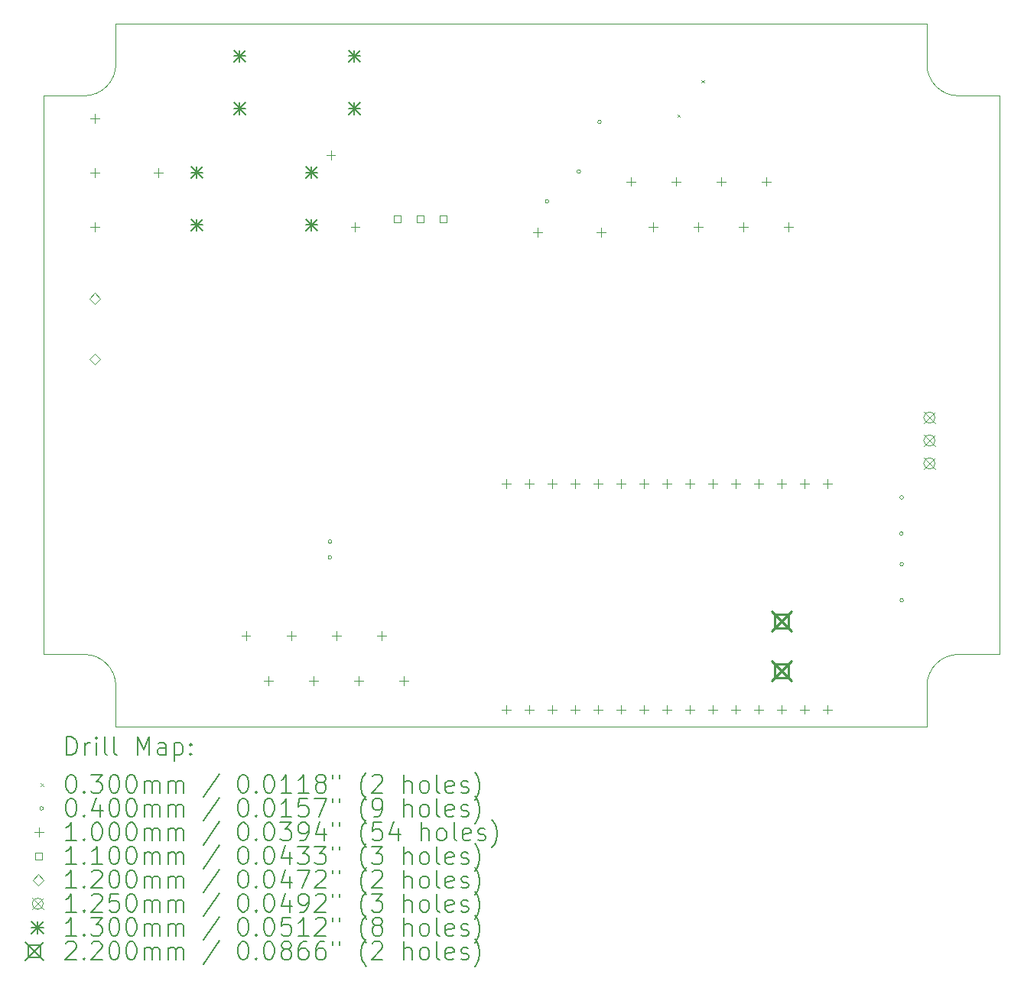
<source format=gbr>
%TF.GenerationSoftware,KiCad,Pcbnew,9.0.0*%
%TF.CreationDate,2025-10-31T12:43:10+01:00*%
%TF.ProjectId,popcorn_roaster,706f7063-6f72-46e5-9f72-6f6173746572,rev?*%
%TF.SameCoordinates,Original*%
%TF.FileFunction,Drillmap*%
%TF.FilePolarity,Positive*%
%FSLAX45Y45*%
G04 Gerber Fmt 4.5, Leading zero omitted, Abs format (unit mm)*
G04 Created by KiCad (PCBNEW 9.0.0) date 2025-10-31 12:43:10*
%MOMM*%
%LPD*%
G01*
G04 APERTURE LIST*
%ADD10C,0.050000*%
%ADD11C,0.200000*%
%ADD12C,0.100000*%
%ADD13C,0.110000*%
%ADD14C,0.120000*%
%ADD15C,0.125000*%
%ADD16C,0.130000*%
%ADD17C,0.220000*%
G04 APERTURE END LIST*
D10*
X9780000Y-7340000D02*
G75*
G02*
X10130000Y-6990000I350000J0D01*
G01*
X800000Y-450000D02*
G75*
G02*
X450000Y-800000I-350000J0D01*
G01*
X10580000Y-800000D02*
X10580000Y-6990000D01*
X10580000Y-6990000D02*
X10130000Y-6990000D01*
X800000Y-450000D02*
X800000Y0D01*
X450000Y-6990000D02*
G75*
G02*
X800000Y-7340000I0J-350000D01*
G01*
X0Y-800000D02*
X0Y-6990000D01*
X10130000Y-800000D02*
G75*
G02*
X9780000Y-450000I0J350000D01*
G01*
X0Y-800000D02*
X450000Y-800000D01*
X800000Y-7790000D02*
X800000Y-7340000D01*
X9780000Y-7340000D02*
X9780000Y-7790000D01*
X10130000Y-800000D02*
X10580000Y-800000D01*
X800000Y-7790000D02*
X9780000Y-7790000D01*
X450000Y-6990000D02*
X0Y-6990000D01*
X800000Y0D02*
X9780000Y0D01*
X9780000Y0D02*
X9780000Y-450000D01*
D11*
D12*
X7015000Y-1005000D02*
X7045000Y-1035000D01*
X7045000Y-1005000D02*
X7015000Y-1035000D01*
X7285000Y-624000D02*
X7315000Y-654000D01*
X7315000Y-624000D02*
X7285000Y-654000D01*
X3190000Y-5740000D02*
G75*
G02*
X3150000Y-5740000I-20000J0D01*
G01*
X3150000Y-5740000D02*
G75*
G02*
X3190000Y-5740000I20000J0D01*
G01*
X3190000Y-5915000D02*
G75*
G02*
X3150000Y-5915000I-20000J0D01*
G01*
X3150000Y-5915000D02*
G75*
G02*
X3190000Y-5915000I20000J0D01*
G01*
X5595000Y-1970000D02*
G75*
G02*
X5555000Y-1970000I-20000J0D01*
G01*
X5555000Y-1970000D02*
G75*
G02*
X5595000Y-1970000I20000J0D01*
G01*
X5945000Y-1640000D02*
G75*
G02*
X5905000Y-1640000I-20000J0D01*
G01*
X5905000Y-1640000D02*
G75*
G02*
X5945000Y-1640000I20000J0D01*
G01*
X6175000Y-1090000D02*
G75*
G02*
X6135000Y-1090000I-20000J0D01*
G01*
X6135000Y-1090000D02*
G75*
G02*
X6175000Y-1090000I20000J0D01*
G01*
X9517500Y-5650000D02*
G75*
G02*
X9477500Y-5650000I-20000J0D01*
G01*
X9477500Y-5650000D02*
G75*
G02*
X9517500Y-5650000I20000J0D01*
G01*
X9520000Y-5250000D02*
G75*
G02*
X9480000Y-5250000I-20000J0D01*
G01*
X9480000Y-5250000D02*
G75*
G02*
X9520000Y-5250000I20000J0D01*
G01*
X9520000Y-5990000D02*
G75*
G02*
X9480000Y-5990000I-20000J0D01*
G01*
X9480000Y-5990000D02*
G75*
G02*
X9520000Y-5990000I20000J0D01*
G01*
X9520000Y-6390000D02*
G75*
G02*
X9480000Y-6390000I-20000J0D01*
G01*
X9480000Y-6390000D02*
G75*
G02*
X9520000Y-6390000I20000J0D01*
G01*
X570000Y-1000000D02*
X570000Y-1100000D01*
X520000Y-1050000D02*
X620000Y-1050000D01*
X570000Y-1600000D02*
X570000Y-1700000D01*
X520000Y-1650000D02*
X620000Y-1650000D01*
X570000Y-2200000D02*
X570000Y-2300000D01*
X520000Y-2250000D02*
X620000Y-2250000D01*
X1270000Y-1600000D02*
X1270000Y-1700000D01*
X1220000Y-1650000D02*
X1320000Y-1650000D01*
X2240000Y-6735000D02*
X2240000Y-6835000D01*
X2190000Y-6785000D02*
X2290000Y-6785000D01*
X2490000Y-7235000D02*
X2490000Y-7335000D01*
X2440000Y-7285000D02*
X2540000Y-7285000D01*
X2740000Y-6735000D02*
X2740000Y-6835000D01*
X2690000Y-6785000D02*
X2790000Y-6785000D01*
X2990000Y-7235000D02*
X2990000Y-7335000D01*
X2940000Y-7285000D02*
X3040000Y-7285000D01*
X3180000Y-1410000D02*
X3180000Y-1510000D01*
X3130000Y-1460000D02*
X3230000Y-1460000D01*
X3240000Y-6735000D02*
X3240000Y-6835000D01*
X3190000Y-6785000D02*
X3290000Y-6785000D01*
X3450000Y-2200000D02*
X3450000Y-2300000D01*
X3400000Y-2250000D02*
X3500000Y-2250000D01*
X3490000Y-7235000D02*
X3490000Y-7335000D01*
X3440000Y-7285000D02*
X3540000Y-7285000D01*
X3740000Y-6735000D02*
X3740000Y-6835000D01*
X3690000Y-6785000D02*
X3790000Y-6785000D01*
X3990000Y-7235000D02*
X3990000Y-7335000D01*
X3940000Y-7285000D02*
X4040000Y-7285000D01*
X5125000Y-5050000D02*
X5125000Y-5150000D01*
X5075000Y-5100000D02*
X5175000Y-5100000D01*
X5125000Y-7550000D02*
X5125000Y-7650000D01*
X5075000Y-7600000D02*
X5175000Y-7600000D01*
X5379000Y-5050000D02*
X5379000Y-5150000D01*
X5329000Y-5100000D02*
X5429000Y-5100000D01*
X5379000Y-7550000D02*
X5379000Y-7650000D01*
X5329000Y-7600000D02*
X5429000Y-7600000D01*
X5470000Y-2260000D02*
X5470000Y-2360000D01*
X5420000Y-2310000D02*
X5520000Y-2310000D01*
X5633000Y-5050000D02*
X5633000Y-5150000D01*
X5583000Y-5100000D02*
X5683000Y-5100000D01*
X5633000Y-7550000D02*
X5633000Y-7650000D01*
X5583000Y-7600000D02*
X5683000Y-7600000D01*
X5887000Y-5050000D02*
X5887000Y-5150000D01*
X5837000Y-5100000D02*
X5937000Y-5100000D01*
X5887000Y-7550000D02*
X5887000Y-7650000D01*
X5837000Y-7600000D02*
X5937000Y-7600000D01*
X6141000Y-5050000D02*
X6141000Y-5150000D01*
X6091000Y-5100000D02*
X6191000Y-5100000D01*
X6141000Y-7550000D02*
X6141000Y-7650000D01*
X6091000Y-7600000D02*
X6191000Y-7600000D01*
X6170000Y-2260000D02*
X6170000Y-2360000D01*
X6120000Y-2310000D02*
X6220000Y-2310000D01*
X6395000Y-5050000D02*
X6395000Y-5150000D01*
X6345000Y-5100000D02*
X6445000Y-5100000D01*
X6395000Y-7550000D02*
X6395000Y-7650000D01*
X6345000Y-7600000D02*
X6445000Y-7600000D01*
X6500000Y-1700000D02*
X6500000Y-1800000D01*
X6450000Y-1750000D02*
X6550000Y-1750000D01*
X6649000Y-5050000D02*
X6649000Y-5150000D01*
X6599000Y-5100000D02*
X6699000Y-5100000D01*
X6649000Y-7550000D02*
X6649000Y-7650000D01*
X6599000Y-7600000D02*
X6699000Y-7600000D01*
X6750000Y-2200000D02*
X6750000Y-2300000D01*
X6700000Y-2250000D02*
X6800000Y-2250000D01*
X6903000Y-5050000D02*
X6903000Y-5150000D01*
X6853000Y-5100000D02*
X6953000Y-5100000D01*
X6903000Y-7550000D02*
X6903000Y-7650000D01*
X6853000Y-7600000D02*
X6953000Y-7600000D01*
X7000000Y-1700000D02*
X7000000Y-1800000D01*
X6950000Y-1750000D02*
X7050000Y-1750000D01*
X7157000Y-5050000D02*
X7157000Y-5150000D01*
X7107000Y-5100000D02*
X7207000Y-5100000D01*
X7157000Y-7550000D02*
X7157000Y-7650000D01*
X7107000Y-7600000D02*
X7207000Y-7600000D01*
X7250000Y-2200000D02*
X7250000Y-2300000D01*
X7200000Y-2250000D02*
X7300000Y-2250000D01*
X7411000Y-5050000D02*
X7411000Y-5150000D01*
X7361000Y-5100000D02*
X7461000Y-5100000D01*
X7411000Y-7550000D02*
X7411000Y-7650000D01*
X7361000Y-7600000D02*
X7461000Y-7600000D01*
X7500000Y-1700000D02*
X7500000Y-1800000D01*
X7450000Y-1750000D02*
X7550000Y-1750000D01*
X7665000Y-5050000D02*
X7665000Y-5150000D01*
X7615000Y-5100000D02*
X7715000Y-5100000D01*
X7665000Y-7550000D02*
X7665000Y-7650000D01*
X7615000Y-7600000D02*
X7715000Y-7600000D01*
X7750000Y-2200000D02*
X7750000Y-2300000D01*
X7700000Y-2250000D02*
X7800000Y-2250000D01*
X7919000Y-5050000D02*
X7919000Y-5150000D01*
X7869000Y-5100000D02*
X7969000Y-5100000D01*
X7919000Y-7550000D02*
X7919000Y-7650000D01*
X7869000Y-7600000D02*
X7969000Y-7600000D01*
X8000000Y-1700000D02*
X8000000Y-1800000D01*
X7950000Y-1750000D02*
X8050000Y-1750000D01*
X8173000Y-5050000D02*
X8173000Y-5150000D01*
X8123000Y-5100000D02*
X8223000Y-5100000D01*
X8173000Y-7550000D02*
X8173000Y-7650000D01*
X8123000Y-7600000D02*
X8223000Y-7600000D01*
X8250000Y-2200000D02*
X8250000Y-2300000D01*
X8200000Y-2250000D02*
X8300000Y-2250000D01*
X8427000Y-5050000D02*
X8427000Y-5150000D01*
X8377000Y-5100000D02*
X8477000Y-5100000D01*
X8427000Y-7550000D02*
X8427000Y-7650000D01*
X8377000Y-7600000D02*
X8477000Y-7600000D01*
X8681000Y-5050000D02*
X8681000Y-5150000D01*
X8631000Y-5100000D02*
X8731000Y-5100000D01*
X8681000Y-7550000D02*
X8681000Y-7650000D01*
X8631000Y-7600000D02*
X8731000Y-7600000D01*
D13*
X3954891Y-2201891D02*
X3954891Y-2124109D01*
X3877109Y-2124109D01*
X3877109Y-2201891D01*
X3954891Y-2201891D01*
X4208891Y-2201891D02*
X4208891Y-2124109D01*
X4131109Y-2124109D01*
X4131109Y-2201891D01*
X4208891Y-2201891D01*
X4462891Y-2201891D02*
X4462891Y-2124109D01*
X4385109Y-2124109D01*
X4385109Y-2201891D01*
X4462891Y-2201891D01*
D14*
X570000Y-3105000D02*
X630000Y-3045000D01*
X570000Y-2985000D01*
X510000Y-3045000D01*
X570000Y-3105000D01*
X570000Y-3780000D02*
X630000Y-3720000D01*
X570000Y-3660000D01*
X510000Y-3720000D01*
X570000Y-3780000D01*
D15*
X9745000Y-4303500D02*
X9870000Y-4428500D01*
X9870000Y-4303500D02*
X9745000Y-4428500D01*
X9870000Y-4366000D02*
G75*
G02*
X9745000Y-4366000I-62500J0D01*
G01*
X9745000Y-4366000D02*
G75*
G02*
X9870000Y-4366000I62500J0D01*
G01*
X9745000Y-4557500D02*
X9870000Y-4682500D01*
X9870000Y-4557500D02*
X9745000Y-4682500D01*
X9870000Y-4620000D02*
G75*
G02*
X9745000Y-4620000I-62500J0D01*
G01*
X9745000Y-4620000D02*
G75*
G02*
X9870000Y-4620000I62500J0D01*
G01*
X9745000Y-4811500D02*
X9870000Y-4936500D01*
X9870000Y-4811500D02*
X9745000Y-4936500D01*
X9870000Y-4874000D02*
G75*
G02*
X9745000Y-4874000I-62500J0D01*
G01*
X9745000Y-4874000D02*
G75*
G02*
X9870000Y-4874000I62500J0D01*
G01*
D16*
X1630000Y-1585000D02*
X1760000Y-1715000D01*
X1760000Y-1585000D02*
X1630000Y-1715000D01*
X1695000Y-1585000D02*
X1695000Y-1715000D01*
X1630000Y-1650000D02*
X1760000Y-1650000D01*
X1630000Y-2165000D02*
X1760000Y-2295000D01*
X1760000Y-2165000D02*
X1630000Y-2295000D01*
X1695000Y-2165000D02*
X1695000Y-2295000D01*
X1630000Y-2230000D02*
X1760000Y-2230000D01*
X2105000Y-295000D02*
X2235000Y-425000D01*
X2235000Y-295000D02*
X2105000Y-425000D01*
X2170000Y-295000D02*
X2170000Y-425000D01*
X2105000Y-360000D02*
X2235000Y-360000D01*
X2105000Y-875000D02*
X2235000Y-1005000D01*
X2235000Y-875000D02*
X2105000Y-1005000D01*
X2170000Y-875000D02*
X2170000Y-1005000D01*
X2105000Y-940000D02*
X2235000Y-940000D01*
X2900000Y-1585000D02*
X3030000Y-1715000D01*
X3030000Y-1585000D02*
X2900000Y-1715000D01*
X2965000Y-1585000D02*
X2965000Y-1715000D01*
X2900000Y-1650000D02*
X3030000Y-1650000D01*
X2900000Y-2165000D02*
X3030000Y-2295000D01*
X3030000Y-2165000D02*
X2900000Y-2295000D01*
X2965000Y-2165000D02*
X2965000Y-2295000D01*
X2900000Y-2230000D02*
X3030000Y-2230000D01*
X3375000Y-295000D02*
X3505000Y-425000D01*
X3505000Y-295000D02*
X3375000Y-425000D01*
X3440000Y-295000D02*
X3440000Y-425000D01*
X3375000Y-360000D02*
X3505000Y-360000D01*
X3375000Y-875000D02*
X3505000Y-1005000D01*
X3505000Y-875000D02*
X3375000Y-1005000D01*
X3440000Y-875000D02*
X3440000Y-1005000D01*
X3375000Y-940000D02*
X3505000Y-940000D01*
D17*
X8060000Y-6510000D02*
X8280000Y-6730000D01*
X8280000Y-6510000D02*
X8060000Y-6730000D01*
X8247782Y-6697782D02*
X8247782Y-6542217D01*
X8092217Y-6542217D01*
X8092217Y-6697782D01*
X8247782Y-6697782D01*
X8060000Y-7060000D02*
X8280000Y-7280000D01*
X8280000Y-7060000D02*
X8060000Y-7280000D01*
X8247782Y-7247782D02*
X8247782Y-7092217D01*
X8092217Y-7092217D01*
X8092217Y-7247782D01*
X8247782Y-7247782D01*
D11*
X258277Y-8103984D02*
X258277Y-7903984D01*
X258277Y-7903984D02*
X305896Y-7903984D01*
X305896Y-7903984D02*
X334467Y-7913508D01*
X334467Y-7913508D02*
X353515Y-7932555D01*
X353515Y-7932555D02*
X363039Y-7951603D01*
X363039Y-7951603D02*
X372562Y-7989698D01*
X372562Y-7989698D02*
X372562Y-8018269D01*
X372562Y-8018269D02*
X363039Y-8056365D01*
X363039Y-8056365D02*
X353515Y-8075412D01*
X353515Y-8075412D02*
X334467Y-8094460D01*
X334467Y-8094460D02*
X305896Y-8103984D01*
X305896Y-8103984D02*
X258277Y-8103984D01*
X458277Y-8103984D02*
X458277Y-7970650D01*
X458277Y-8008746D02*
X467801Y-7989698D01*
X467801Y-7989698D02*
X477324Y-7980174D01*
X477324Y-7980174D02*
X496372Y-7970650D01*
X496372Y-7970650D02*
X515420Y-7970650D01*
X582086Y-8103984D02*
X582086Y-7970650D01*
X582086Y-7903984D02*
X572563Y-7913508D01*
X572563Y-7913508D02*
X582086Y-7923031D01*
X582086Y-7923031D02*
X591610Y-7913508D01*
X591610Y-7913508D02*
X582086Y-7903984D01*
X582086Y-7903984D02*
X582086Y-7923031D01*
X705896Y-8103984D02*
X686848Y-8094460D01*
X686848Y-8094460D02*
X677324Y-8075412D01*
X677324Y-8075412D02*
X677324Y-7903984D01*
X810658Y-8103984D02*
X791610Y-8094460D01*
X791610Y-8094460D02*
X782086Y-8075412D01*
X782086Y-8075412D02*
X782086Y-7903984D01*
X1039229Y-8103984D02*
X1039229Y-7903984D01*
X1039229Y-7903984D02*
X1105896Y-8046841D01*
X1105896Y-8046841D02*
X1172563Y-7903984D01*
X1172563Y-7903984D02*
X1172563Y-8103984D01*
X1353515Y-8103984D02*
X1353515Y-7999222D01*
X1353515Y-7999222D02*
X1343991Y-7980174D01*
X1343991Y-7980174D02*
X1324944Y-7970650D01*
X1324944Y-7970650D02*
X1286848Y-7970650D01*
X1286848Y-7970650D02*
X1267801Y-7980174D01*
X1353515Y-8094460D02*
X1334467Y-8103984D01*
X1334467Y-8103984D02*
X1286848Y-8103984D01*
X1286848Y-8103984D02*
X1267801Y-8094460D01*
X1267801Y-8094460D02*
X1258277Y-8075412D01*
X1258277Y-8075412D02*
X1258277Y-8056365D01*
X1258277Y-8056365D02*
X1267801Y-8037317D01*
X1267801Y-8037317D02*
X1286848Y-8027793D01*
X1286848Y-8027793D02*
X1334467Y-8027793D01*
X1334467Y-8027793D02*
X1353515Y-8018269D01*
X1448753Y-7970650D02*
X1448753Y-8170650D01*
X1448753Y-7980174D02*
X1467801Y-7970650D01*
X1467801Y-7970650D02*
X1505896Y-7970650D01*
X1505896Y-7970650D02*
X1524943Y-7980174D01*
X1524943Y-7980174D02*
X1534467Y-7989698D01*
X1534467Y-7989698D02*
X1543991Y-8008746D01*
X1543991Y-8008746D02*
X1543991Y-8065888D01*
X1543991Y-8065888D02*
X1534467Y-8084936D01*
X1534467Y-8084936D02*
X1524943Y-8094460D01*
X1524943Y-8094460D02*
X1505896Y-8103984D01*
X1505896Y-8103984D02*
X1467801Y-8103984D01*
X1467801Y-8103984D02*
X1448753Y-8094460D01*
X1629705Y-8084936D02*
X1639229Y-8094460D01*
X1639229Y-8094460D02*
X1629705Y-8103984D01*
X1629705Y-8103984D02*
X1620182Y-8094460D01*
X1620182Y-8094460D02*
X1629705Y-8084936D01*
X1629705Y-8084936D02*
X1629705Y-8103984D01*
X1629705Y-7980174D02*
X1639229Y-7989698D01*
X1639229Y-7989698D02*
X1629705Y-7999222D01*
X1629705Y-7999222D02*
X1620182Y-7989698D01*
X1620182Y-7989698D02*
X1629705Y-7980174D01*
X1629705Y-7980174D02*
X1629705Y-7999222D01*
D12*
X-32500Y-8417500D02*
X-2500Y-8447500D01*
X-2500Y-8417500D02*
X-32500Y-8447500D01*
D11*
X296372Y-8323984D02*
X315420Y-8323984D01*
X315420Y-8323984D02*
X334467Y-8333508D01*
X334467Y-8333508D02*
X343991Y-8343031D01*
X343991Y-8343031D02*
X353515Y-8362079D01*
X353515Y-8362079D02*
X363039Y-8400174D01*
X363039Y-8400174D02*
X363039Y-8447793D01*
X363039Y-8447793D02*
X353515Y-8485889D01*
X353515Y-8485889D02*
X343991Y-8504936D01*
X343991Y-8504936D02*
X334467Y-8514460D01*
X334467Y-8514460D02*
X315420Y-8523984D01*
X315420Y-8523984D02*
X296372Y-8523984D01*
X296372Y-8523984D02*
X277324Y-8514460D01*
X277324Y-8514460D02*
X267801Y-8504936D01*
X267801Y-8504936D02*
X258277Y-8485889D01*
X258277Y-8485889D02*
X248753Y-8447793D01*
X248753Y-8447793D02*
X248753Y-8400174D01*
X248753Y-8400174D02*
X258277Y-8362079D01*
X258277Y-8362079D02*
X267801Y-8343031D01*
X267801Y-8343031D02*
X277324Y-8333508D01*
X277324Y-8333508D02*
X296372Y-8323984D01*
X448753Y-8504936D02*
X458277Y-8514460D01*
X458277Y-8514460D02*
X448753Y-8523984D01*
X448753Y-8523984D02*
X439229Y-8514460D01*
X439229Y-8514460D02*
X448753Y-8504936D01*
X448753Y-8504936D02*
X448753Y-8523984D01*
X524944Y-8323984D02*
X648753Y-8323984D01*
X648753Y-8323984D02*
X582086Y-8400174D01*
X582086Y-8400174D02*
X610658Y-8400174D01*
X610658Y-8400174D02*
X629705Y-8409698D01*
X629705Y-8409698D02*
X639229Y-8419222D01*
X639229Y-8419222D02*
X648753Y-8438270D01*
X648753Y-8438270D02*
X648753Y-8485889D01*
X648753Y-8485889D02*
X639229Y-8504936D01*
X639229Y-8504936D02*
X629705Y-8514460D01*
X629705Y-8514460D02*
X610658Y-8523984D01*
X610658Y-8523984D02*
X553515Y-8523984D01*
X553515Y-8523984D02*
X534467Y-8514460D01*
X534467Y-8514460D02*
X524944Y-8504936D01*
X772562Y-8323984D02*
X791610Y-8323984D01*
X791610Y-8323984D02*
X810658Y-8333508D01*
X810658Y-8333508D02*
X820182Y-8343031D01*
X820182Y-8343031D02*
X829705Y-8362079D01*
X829705Y-8362079D02*
X839229Y-8400174D01*
X839229Y-8400174D02*
X839229Y-8447793D01*
X839229Y-8447793D02*
X829705Y-8485889D01*
X829705Y-8485889D02*
X820182Y-8504936D01*
X820182Y-8504936D02*
X810658Y-8514460D01*
X810658Y-8514460D02*
X791610Y-8523984D01*
X791610Y-8523984D02*
X772562Y-8523984D01*
X772562Y-8523984D02*
X753515Y-8514460D01*
X753515Y-8514460D02*
X743991Y-8504936D01*
X743991Y-8504936D02*
X734467Y-8485889D01*
X734467Y-8485889D02*
X724943Y-8447793D01*
X724943Y-8447793D02*
X724943Y-8400174D01*
X724943Y-8400174D02*
X734467Y-8362079D01*
X734467Y-8362079D02*
X743991Y-8343031D01*
X743991Y-8343031D02*
X753515Y-8333508D01*
X753515Y-8333508D02*
X772562Y-8323984D01*
X963039Y-8323984D02*
X982086Y-8323984D01*
X982086Y-8323984D02*
X1001134Y-8333508D01*
X1001134Y-8333508D02*
X1010658Y-8343031D01*
X1010658Y-8343031D02*
X1020182Y-8362079D01*
X1020182Y-8362079D02*
X1029705Y-8400174D01*
X1029705Y-8400174D02*
X1029705Y-8447793D01*
X1029705Y-8447793D02*
X1020182Y-8485889D01*
X1020182Y-8485889D02*
X1010658Y-8504936D01*
X1010658Y-8504936D02*
X1001134Y-8514460D01*
X1001134Y-8514460D02*
X982086Y-8523984D01*
X982086Y-8523984D02*
X963039Y-8523984D01*
X963039Y-8523984D02*
X943991Y-8514460D01*
X943991Y-8514460D02*
X934467Y-8504936D01*
X934467Y-8504936D02*
X924943Y-8485889D01*
X924943Y-8485889D02*
X915420Y-8447793D01*
X915420Y-8447793D02*
X915420Y-8400174D01*
X915420Y-8400174D02*
X924943Y-8362079D01*
X924943Y-8362079D02*
X934467Y-8343031D01*
X934467Y-8343031D02*
X943991Y-8333508D01*
X943991Y-8333508D02*
X963039Y-8323984D01*
X1115420Y-8523984D02*
X1115420Y-8390650D01*
X1115420Y-8409698D02*
X1124944Y-8400174D01*
X1124944Y-8400174D02*
X1143991Y-8390650D01*
X1143991Y-8390650D02*
X1172563Y-8390650D01*
X1172563Y-8390650D02*
X1191610Y-8400174D01*
X1191610Y-8400174D02*
X1201134Y-8419222D01*
X1201134Y-8419222D02*
X1201134Y-8523984D01*
X1201134Y-8419222D02*
X1210658Y-8400174D01*
X1210658Y-8400174D02*
X1229705Y-8390650D01*
X1229705Y-8390650D02*
X1258277Y-8390650D01*
X1258277Y-8390650D02*
X1277325Y-8400174D01*
X1277325Y-8400174D02*
X1286848Y-8419222D01*
X1286848Y-8419222D02*
X1286848Y-8523984D01*
X1382086Y-8523984D02*
X1382086Y-8390650D01*
X1382086Y-8409698D02*
X1391610Y-8400174D01*
X1391610Y-8400174D02*
X1410658Y-8390650D01*
X1410658Y-8390650D02*
X1439229Y-8390650D01*
X1439229Y-8390650D02*
X1458277Y-8400174D01*
X1458277Y-8400174D02*
X1467801Y-8419222D01*
X1467801Y-8419222D02*
X1467801Y-8523984D01*
X1467801Y-8419222D02*
X1477324Y-8400174D01*
X1477324Y-8400174D02*
X1496372Y-8390650D01*
X1496372Y-8390650D02*
X1524943Y-8390650D01*
X1524943Y-8390650D02*
X1543991Y-8400174D01*
X1543991Y-8400174D02*
X1553515Y-8419222D01*
X1553515Y-8419222D02*
X1553515Y-8523984D01*
X1943991Y-8314460D02*
X1772563Y-8571603D01*
X2201134Y-8323984D02*
X2220182Y-8323984D01*
X2220182Y-8323984D02*
X2239229Y-8333508D01*
X2239229Y-8333508D02*
X2248753Y-8343031D01*
X2248753Y-8343031D02*
X2258277Y-8362079D01*
X2258277Y-8362079D02*
X2267801Y-8400174D01*
X2267801Y-8400174D02*
X2267801Y-8447793D01*
X2267801Y-8447793D02*
X2258277Y-8485889D01*
X2258277Y-8485889D02*
X2248753Y-8504936D01*
X2248753Y-8504936D02*
X2239229Y-8514460D01*
X2239229Y-8514460D02*
X2220182Y-8523984D01*
X2220182Y-8523984D02*
X2201134Y-8523984D01*
X2201134Y-8523984D02*
X2182087Y-8514460D01*
X2182087Y-8514460D02*
X2172563Y-8504936D01*
X2172563Y-8504936D02*
X2163039Y-8485889D01*
X2163039Y-8485889D02*
X2153515Y-8447793D01*
X2153515Y-8447793D02*
X2153515Y-8400174D01*
X2153515Y-8400174D02*
X2163039Y-8362079D01*
X2163039Y-8362079D02*
X2172563Y-8343031D01*
X2172563Y-8343031D02*
X2182087Y-8333508D01*
X2182087Y-8333508D02*
X2201134Y-8323984D01*
X2353515Y-8504936D02*
X2363039Y-8514460D01*
X2363039Y-8514460D02*
X2353515Y-8523984D01*
X2353515Y-8523984D02*
X2343991Y-8514460D01*
X2343991Y-8514460D02*
X2353515Y-8504936D01*
X2353515Y-8504936D02*
X2353515Y-8523984D01*
X2486848Y-8323984D02*
X2505896Y-8323984D01*
X2505896Y-8323984D02*
X2524944Y-8333508D01*
X2524944Y-8333508D02*
X2534468Y-8343031D01*
X2534468Y-8343031D02*
X2543991Y-8362079D01*
X2543991Y-8362079D02*
X2553515Y-8400174D01*
X2553515Y-8400174D02*
X2553515Y-8447793D01*
X2553515Y-8447793D02*
X2543991Y-8485889D01*
X2543991Y-8485889D02*
X2534468Y-8504936D01*
X2534468Y-8504936D02*
X2524944Y-8514460D01*
X2524944Y-8514460D02*
X2505896Y-8523984D01*
X2505896Y-8523984D02*
X2486848Y-8523984D01*
X2486848Y-8523984D02*
X2467801Y-8514460D01*
X2467801Y-8514460D02*
X2458277Y-8504936D01*
X2458277Y-8504936D02*
X2448753Y-8485889D01*
X2448753Y-8485889D02*
X2439229Y-8447793D01*
X2439229Y-8447793D02*
X2439229Y-8400174D01*
X2439229Y-8400174D02*
X2448753Y-8362079D01*
X2448753Y-8362079D02*
X2458277Y-8343031D01*
X2458277Y-8343031D02*
X2467801Y-8333508D01*
X2467801Y-8333508D02*
X2486848Y-8323984D01*
X2743991Y-8523984D02*
X2629706Y-8523984D01*
X2686848Y-8523984D02*
X2686848Y-8323984D01*
X2686848Y-8323984D02*
X2667801Y-8352555D01*
X2667801Y-8352555D02*
X2648753Y-8371603D01*
X2648753Y-8371603D02*
X2629706Y-8381127D01*
X2934467Y-8523984D02*
X2820182Y-8523984D01*
X2877325Y-8523984D02*
X2877325Y-8323984D01*
X2877325Y-8323984D02*
X2858277Y-8352555D01*
X2858277Y-8352555D02*
X2839229Y-8371603D01*
X2839229Y-8371603D02*
X2820182Y-8381127D01*
X3048753Y-8409698D02*
X3029706Y-8400174D01*
X3029706Y-8400174D02*
X3020182Y-8390650D01*
X3020182Y-8390650D02*
X3010658Y-8371603D01*
X3010658Y-8371603D02*
X3010658Y-8362079D01*
X3010658Y-8362079D02*
X3020182Y-8343031D01*
X3020182Y-8343031D02*
X3029706Y-8333508D01*
X3029706Y-8333508D02*
X3048753Y-8323984D01*
X3048753Y-8323984D02*
X3086848Y-8323984D01*
X3086848Y-8323984D02*
X3105896Y-8333508D01*
X3105896Y-8333508D02*
X3115420Y-8343031D01*
X3115420Y-8343031D02*
X3124944Y-8362079D01*
X3124944Y-8362079D02*
X3124944Y-8371603D01*
X3124944Y-8371603D02*
X3115420Y-8390650D01*
X3115420Y-8390650D02*
X3105896Y-8400174D01*
X3105896Y-8400174D02*
X3086848Y-8409698D01*
X3086848Y-8409698D02*
X3048753Y-8409698D01*
X3048753Y-8409698D02*
X3029706Y-8419222D01*
X3029706Y-8419222D02*
X3020182Y-8428746D01*
X3020182Y-8428746D02*
X3010658Y-8447793D01*
X3010658Y-8447793D02*
X3010658Y-8485889D01*
X3010658Y-8485889D02*
X3020182Y-8504936D01*
X3020182Y-8504936D02*
X3029706Y-8514460D01*
X3029706Y-8514460D02*
X3048753Y-8523984D01*
X3048753Y-8523984D02*
X3086848Y-8523984D01*
X3086848Y-8523984D02*
X3105896Y-8514460D01*
X3105896Y-8514460D02*
X3115420Y-8504936D01*
X3115420Y-8504936D02*
X3124944Y-8485889D01*
X3124944Y-8485889D02*
X3124944Y-8447793D01*
X3124944Y-8447793D02*
X3115420Y-8428746D01*
X3115420Y-8428746D02*
X3105896Y-8419222D01*
X3105896Y-8419222D02*
X3086848Y-8409698D01*
X3201134Y-8323984D02*
X3201134Y-8362079D01*
X3277325Y-8323984D02*
X3277325Y-8362079D01*
X3572563Y-8600174D02*
X3563039Y-8590650D01*
X3563039Y-8590650D02*
X3543991Y-8562079D01*
X3543991Y-8562079D02*
X3534468Y-8543031D01*
X3534468Y-8543031D02*
X3524944Y-8514460D01*
X3524944Y-8514460D02*
X3515420Y-8466841D01*
X3515420Y-8466841D02*
X3515420Y-8428746D01*
X3515420Y-8428746D02*
X3524944Y-8381127D01*
X3524944Y-8381127D02*
X3534468Y-8352555D01*
X3534468Y-8352555D02*
X3543991Y-8333508D01*
X3543991Y-8333508D02*
X3563039Y-8304936D01*
X3563039Y-8304936D02*
X3572563Y-8295412D01*
X3639229Y-8343031D02*
X3648753Y-8333508D01*
X3648753Y-8333508D02*
X3667801Y-8323984D01*
X3667801Y-8323984D02*
X3715420Y-8323984D01*
X3715420Y-8323984D02*
X3734468Y-8333508D01*
X3734468Y-8333508D02*
X3743991Y-8343031D01*
X3743991Y-8343031D02*
X3753515Y-8362079D01*
X3753515Y-8362079D02*
X3753515Y-8381127D01*
X3753515Y-8381127D02*
X3743991Y-8409698D01*
X3743991Y-8409698D02*
X3629706Y-8523984D01*
X3629706Y-8523984D02*
X3753515Y-8523984D01*
X3991610Y-8523984D02*
X3991610Y-8323984D01*
X4077325Y-8523984D02*
X4077325Y-8419222D01*
X4077325Y-8419222D02*
X4067801Y-8400174D01*
X4067801Y-8400174D02*
X4048753Y-8390650D01*
X4048753Y-8390650D02*
X4020182Y-8390650D01*
X4020182Y-8390650D02*
X4001134Y-8400174D01*
X4001134Y-8400174D02*
X3991610Y-8409698D01*
X4201134Y-8523984D02*
X4182087Y-8514460D01*
X4182087Y-8514460D02*
X4172563Y-8504936D01*
X4172563Y-8504936D02*
X4163039Y-8485889D01*
X4163039Y-8485889D02*
X4163039Y-8428746D01*
X4163039Y-8428746D02*
X4172563Y-8409698D01*
X4172563Y-8409698D02*
X4182087Y-8400174D01*
X4182087Y-8400174D02*
X4201134Y-8390650D01*
X4201134Y-8390650D02*
X4229706Y-8390650D01*
X4229706Y-8390650D02*
X4248753Y-8400174D01*
X4248753Y-8400174D02*
X4258277Y-8409698D01*
X4258277Y-8409698D02*
X4267801Y-8428746D01*
X4267801Y-8428746D02*
X4267801Y-8485889D01*
X4267801Y-8485889D02*
X4258277Y-8504936D01*
X4258277Y-8504936D02*
X4248753Y-8514460D01*
X4248753Y-8514460D02*
X4229706Y-8523984D01*
X4229706Y-8523984D02*
X4201134Y-8523984D01*
X4382087Y-8523984D02*
X4363039Y-8514460D01*
X4363039Y-8514460D02*
X4353515Y-8495412D01*
X4353515Y-8495412D02*
X4353515Y-8323984D01*
X4534468Y-8514460D02*
X4515420Y-8523984D01*
X4515420Y-8523984D02*
X4477325Y-8523984D01*
X4477325Y-8523984D02*
X4458277Y-8514460D01*
X4458277Y-8514460D02*
X4448753Y-8495412D01*
X4448753Y-8495412D02*
X4448753Y-8419222D01*
X4448753Y-8419222D02*
X4458277Y-8400174D01*
X4458277Y-8400174D02*
X4477325Y-8390650D01*
X4477325Y-8390650D02*
X4515420Y-8390650D01*
X4515420Y-8390650D02*
X4534468Y-8400174D01*
X4534468Y-8400174D02*
X4543992Y-8419222D01*
X4543992Y-8419222D02*
X4543992Y-8438270D01*
X4543992Y-8438270D02*
X4448753Y-8457317D01*
X4620182Y-8514460D02*
X4639230Y-8523984D01*
X4639230Y-8523984D02*
X4677325Y-8523984D01*
X4677325Y-8523984D02*
X4696373Y-8514460D01*
X4696373Y-8514460D02*
X4705896Y-8495412D01*
X4705896Y-8495412D02*
X4705896Y-8485889D01*
X4705896Y-8485889D02*
X4696373Y-8466841D01*
X4696373Y-8466841D02*
X4677325Y-8457317D01*
X4677325Y-8457317D02*
X4648753Y-8457317D01*
X4648753Y-8457317D02*
X4629706Y-8447793D01*
X4629706Y-8447793D02*
X4620182Y-8428746D01*
X4620182Y-8428746D02*
X4620182Y-8419222D01*
X4620182Y-8419222D02*
X4629706Y-8400174D01*
X4629706Y-8400174D02*
X4648753Y-8390650D01*
X4648753Y-8390650D02*
X4677325Y-8390650D01*
X4677325Y-8390650D02*
X4696373Y-8400174D01*
X4772563Y-8600174D02*
X4782087Y-8590650D01*
X4782087Y-8590650D02*
X4801134Y-8562079D01*
X4801134Y-8562079D02*
X4810658Y-8543031D01*
X4810658Y-8543031D02*
X4820182Y-8514460D01*
X4820182Y-8514460D02*
X4829706Y-8466841D01*
X4829706Y-8466841D02*
X4829706Y-8428746D01*
X4829706Y-8428746D02*
X4820182Y-8381127D01*
X4820182Y-8381127D02*
X4810658Y-8352555D01*
X4810658Y-8352555D02*
X4801134Y-8333508D01*
X4801134Y-8333508D02*
X4782087Y-8304936D01*
X4782087Y-8304936D02*
X4772563Y-8295412D01*
D12*
X-2500Y-8696500D02*
G75*
G02*
X-42500Y-8696500I-20000J0D01*
G01*
X-42500Y-8696500D02*
G75*
G02*
X-2500Y-8696500I20000J0D01*
G01*
D11*
X296372Y-8587984D02*
X315420Y-8587984D01*
X315420Y-8587984D02*
X334467Y-8597508D01*
X334467Y-8597508D02*
X343991Y-8607031D01*
X343991Y-8607031D02*
X353515Y-8626079D01*
X353515Y-8626079D02*
X363039Y-8664174D01*
X363039Y-8664174D02*
X363039Y-8711793D01*
X363039Y-8711793D02*
X353515Y-8749889D01*
X353515Y-8749889D02*
X343991Y-8768936D01*
X343991Y-8768936D02*
X334467Y-8778460D01*
X334467Y-8778460D02*
X315420Y-8787984D01*
X315420Y-8787984D02*
X296372Y-8787984D01*
X296372Y-8787984D02*
X277324Y-8778460D01*
X277324Y-8778460D02*
X267801Y-8768936D01*
X267801Y-8768936D02*
X258277Y-8749889D01*
X258277Y-8749889D02*
X248753Y-8711793D01*
X248753Y-8711793D02*
X248753Y-8664174D01*
X248753Y-8664174D02*
X258277Y-8626079D01*
X258277Y-8626079D02*
X267801Y-8607031D01*
X267801Y-8607031D02*
X277324Y-8597508D01*
X277324Y-8597508D02*
X296372Y-8587984D01*
X448753Y-8768936D02*
X458277Y-8778460D01*
X458277Y-8778460D02*
X448753Y-8787984D01*
X448753Y-8787984D02*
X439229Y-8778460D01*
X439229Y-8778460D02*
X448753Y-8768936D01*
X448753Y-8768936D02*
X448753Y-8787984D01*
X629705Y-8654650D02*
X629705Y-8787984D01*
X582086Y-8578460D02*
X534467Y-8721317D01*
X534467Y-8721317D02*
X658277Y-8721317D01*
X772562Y-8587984D02*
X791610Y-8587984D01*
X791610Y-8587984D02*
X810658Y-8597508D01*
X810658Y-8597508D02*
X820182Y-8607031D01*
X820182Y-8607031D02*
X829705Y-8626079D01*
X829705Y-8626079D02*
X839229Y-8664174D01*
X839229Y-8664174D02*
X839229Y-8711793D01*
X839229Y-8711793D02*
X829705Y-8749889D01*
X829705Y-8749889D02*
X820182Y-8768936D01*
X820182Y-8768936D02*
X810658Y-8778460D01*
X810658Y-8778460D02*
X791610Y-8787984D01*
X791610Y-8787984D02*
X772562Y-8787984D01*
X772562Y-8787984D02*
X753515Y-8778460D01*
X753515Y-8778460D02*
X743991Y-8768936D01*
X743991Y-8768936D02*
X734467Y-8749889D01*
X734467Y-8749889D02*
X724943Y-8711793D01*
X724943Y-8711793D02*
X724943Y-8664174D01*
X724943Y-8664174D02*
X734467Y-8626079D01*
X734467Y-8626079D02*
X743991Y-8607031D01*
X743991Y-8607031D02*
X753515Y-8597508D01*
X753515Y-8597508D02*
X772562Y-8587984D01*
X963039Y-8587984D02*
X982086Y-8587984D01*
X982086Y-8587984D02*
X1001134Y-8597508D01*
X1001134Y-8597508D02*
X1010658Y-8607031D01*
X1010658Y-8607031D02*
X1020182Y-8626079D01*
X1020182Y-8626079D02*
X1029705Y-8664174D01*
X1029705Y-8664174D02*
X1029705Y-8711793D01*
X1029705Y-8711793D02*
X1020182Y-8749889D01*
X1020182Y-8749889D02*
X1010658Y-8768936D01*
X1010658Y-8768936D02*
X1001134Y-8778460D01*
X1001134Y-8778460D02*
X982086Y-8787984D01*
X982086Y-8787984D02*
X963039Y-8787984D01*
X963039Y-8787984D02*
X943991Y-8778460D01*
X943991Y-8778460D02*
X934467Y-8768936D01*
X934467Y-8768936D02*
X924943Y-8749889D01*
X924943Y-8749889D02*
X915420Y-8711793D01*
X915420Y-8711793D02*
X915420Y-8664174D01*
X915420Y-8664174D02*
X924943Y-8626079D01*
X924943Y-8626079D02*
X934467Y-8607031D01*
X934467Y-8607031D02*
X943991Y-8597508D01*
X943991Y-8597508D02*
X963039Y-8587984D01*
X1115420Y-8787984D02*
X1115420Y-8654650D01*
X1115420Y-8673698D02*
X1124944Y-8664174D01*
X1124944Y-8664174D02*
X1143991Y-8654650D01*
X1143991Y-8654650D02*
X1172563Y-8654650D01*
X1172563Y-8654650D02*
X1191610Y-8664174D01*
X1191610Y-8664174D02*
X1201134Y-8683222D01*
X1201134Y-8683222D02*
X1201134Y-8787984D01*
X1201134Y-8683222D02*
X1210658Y-8664174D01*
X1210658Y-8664174D02*
X1229705Y-8654650D01*
X1229705Y-8654650D02*
X1258277Y-8654650D01*
X1258277Y-8654650D02*
X1277325Y-8664174D01*
X1277325Y-8664174D02*
X1286848Y-8683222D01*
X1286848Y-8683222D02*
X1286848Y-8787984D01*
X1382086Y-8787984D02*
X1382086Y-8654650D01*
X1382086Y-8673698D02*
X1391610Y-8664174D01*
X1391610Y-8664174D02*
X1410658Y-8654650D01*
X1410658Y-8654650D02*
X1439229Y-8654650D01*
X1439229Y-8654650D02*
X1458277Y-8664174D01*
X1458277Y-8664174D02*
X1467801Y-8683222D01*
X1467801Y-8683222D02*
X1467801Y-8787984D01*
X1467801Y-8683222D02*
X1477324Y-8664174D01*
X1477324Y-8664174D02*
X1496372Y-8654650D01*
X1496372Y-8654650D02*
X1524943Y-8654650D01*
X1524943Y-8654650D02*
X1543991Y-8664174D01*
X1543991Y-8664174D02*
X1553515Y-8683222D01*
X1553515Y-8683222D02*
X1553515Y-8787984D01*
X1943991Y-8578460D02*
X1772563Y-8835603D01*
X2201134Y-8587984D02*
X2220182Y-8587984D01*
X2220182Y-8587984D02*
X2239229Y-8597508D01*
X2239229Y-8597508D02*
X2248753Y-8607031D01*
X2248753Y-8607031D02*
X2258277Y-8626079D01*
X2258277Y-8626079D02*
X2267801Y-8664174D01*
X2267801Y-8664174D02*
X2267801Y-8711793D01*
X2267801Y-8711793D02*
X2258277Y-8749889D01*
X2258277Y-8749889D02*
X2248753Y-8768936D01*
X2248753Y-8768936D02*
X2239229Y-8778460D01*
X2239229Y-8778460D02*
X2220182Y-8787984D01*
X2220182Y-8787984D02*
X2201134Y-8787984D01*
X2201134Y-8787984D02*
X2182087Y-8778460D01*
X2182087Y-8778460D02*
X2172563Y-8768936D01*
X2172563Y-8768936D02*
X2163039Y-8749889D01*
X2163039Y-8749889D02*
X2153515Y-8711793D01*
X2153515Y-8711793D02*
X2153515Y-8664174D01*
X2153515Y-8664174D02*
X2163039Y-8626079D01*
X2163039Y-8626079D02*
X2172563Y-8607031D01*
X2172563Y-8607031D02*
X2182087Y-8597508D01*
X2182087Y-8597508D02*
X2201134Y-8587984D01*
X2353515Y-8768936D02*
X2363039Y-8778460D01*
X2363039Y-8778460D02*
X2353515Y-8787984D01*
X2353515Y-8787984D02*
X2343991Y-8778460D01*
X2343991Y-8778460D02*
X2353515Y-8768936D01*
X2353515Y-8768936D02*
X2353515Y-8787984D01*
X2486848Y-8587984D02*
X2505896Y-8587984D01*
X2505896Y-8587984D02*
X2524944Y-8597508D01*
X2524944Y-8597508D02*
X2534468Y-8607031D01*
X2534468Y-8607031D02*
X2543991Y-8626079D01*
X2543991Y-8626079D02*
X2553515Y-8664174D01*
X2553515Y-8664174D02*
X2553515Y-8711793D01*
X2553515Y-8711793D02*
X2543991Y-8749889D01*
X2543991Y-8749889D02*
X2534468Y-8768936D01*
X2534468Y-8768936D02*
X2524944Y-8778460D01*
X2524944Y-8778460D02*
X2505896Y-8787984D01*
X2505896Y-8787984D02*
X2486848Y-8787984D01*
X2486848Y-8787984D02*
X2467801Y-8778460D01*
X2467801Y-8778460D02*
X2458277Y-8768936D01*
X2458277Y-8768936D02*
X2448753Y-8749889D01*
X2448753Y-8749889D02*
X2439229Y-8711793D01*
X2439229Y-8711793D02*
X2439229Y-8664174D01*
X2439229Y-8664174D02*
X2448753Y-8626079D01*
X2448753Y-8626079D02*
X2458277Y-8607031D01*
X2458277Y-8607031D02*
X2467801Y-8597508D01*
X2467801Y-8597508D02*
X2486848Y-8587984D01*
X2743991Y-8787984D02*
X2629706Y-8787984D01*
X2686848Y-8787984D02*
X2686848Y-8587984D01*
X2686848Y-8587984D02*
X2667801Y-8616555D01*
X2667801Y-8616555D02*
X2648753Y-8635603D01*
X2648753Y-8635603D02*
X2629706Y-8645127D01*
X2924944Y-8587984D02*
X2829706Y-8587984D01*
X2829706Y-8587984D02*
X2820182Y-8683222D01*
X2820182Y-8683222D02*
X2829706Y-8673698D01*
X2829706Y-8673698D02*
X2848753Y-8664174D01*
X2848753Y-8664174D02*
X2896372Y-8664174D01*
X2896372Y-8664174D02*
X2915420Y-8673698D01*
X2915420Y-8673698D02*
X2924944Y-8683222D01*
X2924944Y-8683222D02*
X2934467Y-8702270D01*
X2934467Y-8702270D02*
X2934467Y-8749889D01*
X2934467Y-8749889D02*
X2924944Y-8768936D01*
X2924944Y-8768936D02*
X2915420Y-8778460D01*
X2915420Y-8778460D02*
X2896372Y-8787984D01*
X2896372Y-8787984D02*
X2848753Y-8787984D01*
X2848753Y-8787984D02*
X2829706Y-8778460D01*
X2829706Y-8778460D02*
X2820182Y-8768936D01*
X3001134Y-8587984D02*
X3134467Y-8587984D01*
X3134467Y-8587984D02*
X3048753Y-8787984D01*
X3201134Y-8587984D02*
X3201134Y-8626079D01*
X3277325Y-8587984D02*
X3277325Y-8626079D01*
X3572563Y-8864174D02*
X3563039Y-8854650D01*
X3563039Y-8854650D02*
X3543991Y-8826079D01*
X3543991Y-8826079D02*
X3534468Y-8807031D01*
X3534468Y-8807031D02*
X3524944Y-8778460D01*
X3524944Y-8778460D02*
X3515420Y-8730841D01*
X3515420Y-8730841D02*
X3515420Y-8692746D01*
X3515420Y-8692746D02*
X3524944Y-8645127D01*
X3524944Y-8645127D02*
X3534468Y-8616555D01*
X3534468Y-8616555D02*
X3543991Y-8597508D01*
X3543991Y-8597508D02*
X3563039Y-8568936D01*
X3563039Y-8568936D02*
X3572563Y-8559412D01*
X3658277Y-8787984D02*
X3696372Y-8787984D01*
X3696372Y-8787984D02*
X3715420Y-8778460D01*
X3715420Y-8778460D02*
X3724944Y-8768936D01*
X3724944Y-8768936D02*
X3743991Y-8740365D01*
X3743991Y-8740365D02*
X3753515Y-8702270D01*
X3753515Y-8702270D02*
X3753515Y-8626079D01*
X3753515Y-8626079D02*
X3743991Y-8607031D01*
X3743991Y-8607031D02*
X3734468Y-8597508D01*
X3734468Y-8597508D02*
X3715420Y-8587984D01*
X3715420Y-8587984D02*
X3677325Y-8587984D01*
X3677325Y-8587984D02*
X3658277Y-8597508D01*
X3658277Y-8597508D02*
X3648753Y-8607031D01*
X3648753Y-8607031D02*
X3639229Y-8626079D01*
X3639229Y-8626079D02*
X3639229Y-8673698D01*
X3639229Y-8673698D02*
X3648753Y-8692746D01*
X3648753Y-8692746D02*
X3658277Y-8702270D01*
X3658277Y-8702270D02*
X3677325Y-8711793D01*
X3677325Y-8711793D02*
X3715420Y-8711793D01*
X3715420Y-8711793D02*
X3734468Y-8702270D01*
X3734468Y-8702270D02*
X3743991Y-8692746D01*
X3743991Y-8692746D02*
X3753515Y-8673698D01*
X3991610Y-8787984D02*
X3991610Y-8587984D01*
X4077325Y-8787984D02*
X4077325Y-8683222D01*
X4077325Y-8683222D02*
X4067801Y-8664174D01*
X4067801Y-8664174D02*
X4048753Y-8654650D01*
X4048753Y-8654650D02*
X4020182Y-8654650D01*
X4020182Y-8654650D02*
X4001134Y-8664174D01*
X4001134Y-8664174D02*
X3991610Y-8673698D01*
X4201134Y-8787984D02*
X4182087Y-8778460D01*
X4182087Y-8778460D02*
X4172563Y-8768936D01*
X4172563Y-8768936D02*
X4163039Y-8749889D01*
X4163039Y-8749889D02*
X4163039Y-8692746D01*
X4163039Y-8692746D02*
X4172563Y-8673698D01*
X4172563Y-8673698D02*
X4182087Y-8664174D01*
X4182087Y-8664174D02*
X4201134Y-8654650D01*
X4201134Y-8654650D02*
X4229706Y-8654650D01*
X4229706Y-8654650D02*
X4248753Y-8664174D01*
X4248753Y-8664174D02*
X4258277Y-8673698D01*
X4258277Y-8673698D02*
X4267801Y-8692746D01*
X4267801Y-8692746D02*
X4267801Y-8749889D01*
X4267801Y-8749889D02*
X4258277Y-8768936D01*
X4258277Y-8768936D02*
X4248753Y-8778460D01*
X4248753Y-8778460D02*
X4229706Y-8787984D01*
X4229706Y-8787984D02*
X4201134Y-8787984D01*
X4382087Y-8787984D02*
X4363039Y-8778460D01*
X4363039Y-8778460D02*
X4353515Y-8759412D01*
X4353515Y-8759412D02*
X4353515Y-8587984D01*
X4534468Y-8778460D02*
X4515420Y-8787984D01*
X4515420Y-8787984D02*
X4477325Y-8787984D01*
X4477325Y-8787984D02*
X4458277Y-8778460D01*
X4458277Y-8778460D02*
X4448753Y-8759412D01*
X4448753Y-8759412D02*
X4448753Y-8683222D01*
X4448753Y-8683222D02*
X4458277Y-8664174D01*
X4458277Y-8664174D02*
X4477325Y-8654650D01*
X4477325Y-8654650D02*
X4515420Y-8654650D01*
X4515420Y-8654650D02*
X4534468Y-8664174D01*
X4534468Y-8664174D02*
X4543992Y-8683222D01*
X4543992Y-8683222D02*
X4543992Y-8702270D01*
X4543992Y-8702270D02*
X4448753Y-8721317D01*
X4620182Y-8778460D02*
X4639230Y-8787984D01*
X4639230Y-8787984D02*
X4677325Y-8787984D01*
X4677325Y-8787984D02*
X4696373Y-8778460D01*
X4696373Y-8778460D02*
X4705896Y-8759412D01*
X4705896Y-8759412D02*
X4705896Y-8749889D01*
X4705896Y-8749889D02*
X4696373Y-8730841D01*
X4696373Y-8730841D02*
X4677325Y-8721317D01*
X4677325Y-8721317D02*
X4648753Y-8721317D01*
X4648753Y-8721317D02*
X4629706Y-8711793D01*
X4629706Y-8711793D02*
X4620182Y-8692746D01*
X4620182Y-8692746D02*
X4620182Y-8683222D01*
X4620182Y-8683222D02*
X4629706Y-8664174D01*
X4629706Y-8664174D02*
X4648753Y-8654650D01*
X4648753Y-8654650D02*
X4677325Y-8654650D01*
X4677325Y-8654650D02*
X4696373Y-8664174D01*
X4772563Y-8864174D02*
X4782087Y-8854650D01*
X4782087Y-8854650D02*
X4801134Y-8826079D01*
X4801134Y-8826079D02*
X4810658Y-8807031D01*
X4810658Y-8807031D02*
X4820182Y-8778460D01*
X4820182Y-8778460D02*
X4829706Y-8730841D01*
X4829706Y-8730841D02*
X4829706Y-8692746D01*
X4829706Y-8692746D02*
X4820182Y-8645127D01*
X4820182Y-8645127D02*
X4810658Y-8616555D01*
X4810658Y-8616555D02*
X4801134Y-8597508D01*
X4801134Y-8597508D02*
X4782087Y-8568936D01*
X4782087Y-8568936D02*
X4772563Y-8559412D01*
D12*
X-52500Y-8910500D02*
X-52500Y-9010500D01*
X-102500Y-8960500D02*
X-2500Y-8960500D01*
D11*
X363039Y-9051984D02*
X248753Y-9051984D01*
X305896Y-9051984D02*
X305896Y-8851984D01*
X305896Y-8851984D02*
X286848Y-8880555D01*
X286848Y-8880555D02*
X267801Y-8899603D01*
X267801Y-8899603D02*
X248753Y-8909127D01*
X448753Y-9032936D02*
X458277Y-9042460D01*
X458277Y-9042460D02*
X448753Y-9051984D01*
X448753Y-9051984D02*
X439229Y-9042460D01*
X439229Y-9042460D02*
X448753Y-9032936D01*
X448753Y-9032936D02*
X448753Y-9051984D01*
X582086Y-8851984D02*
X601134Y-8851984D01*
X601134Y-8851984D02*
X620182Y-8861508D01*
X620182Y-8861508D02*
X629705Y-8871031D01*
X629705Y-8871031D02*
X639229Y-8890079D01*
X639229Y-8890079D02*
X648753Y-8928174D01*
X648753Y-8928174D02*
X648753Y-8975793D01*
X648753Y-8975793D02*
X639229Y-9013889D01*
X639229Y-9013889D02*
X629705Y-9032936D01*
X629705Y-9032936D02*
X620182Y-9042460D01*
X620182Y-9042460D02*
X601134Y-9051984D01*
X601134Y-9051984D02*
X582086Y-9051984D01*
X582086Y-9051984D02*
X563039Y-9042460D01*
X563039Y-9042460D02*
X553515Y-9032936D01*
X553515Y-9032936D02*
X543991Y-9013889D01*
X543991Y-9013889D02*
X534467Y-8975793D01*
X534467Y-8975793D02*
X534467Y-8928174D01*
X534467Y-8928174D02*
X543991Y-8890079D01*
X543991Y-8890079D02*
X553515Y-8871031D01*
X553515Y-8871031D02*
X563039Y-8861508D01*
X563039Y-8861508D02*
X582086Y-8851984D01*
X772562Y-8851984D02*
X791610Y-8851984D01*
X791610Y-8851984D02*
X810658Y-8861508D01*
X810658Y-8861508D02*
X820182Y-8871031D01*
X820182Y-8871031D02*
X829705Y-8890079D01*
X829705Y-8890079D02*
X839229Y-8928174D01*
X839229Y-8928174D02*
X839229Y-8975793D01*
X839229Y-8975793D02*
X829705Y-9013889D01*
X829705Y-9013889D02*
X820182Y-9032936D01*
X820182Y-9032936D02*
X810658Y-9042460D01*
X810658Y-9042460D02*
X791610Y-9051984D01*
X791610Y-9051984D02*
X772562Y-9051984D01*
X772562Y-9051984D02*
X753515Y-9042460D01*
X753515Y-9042460D02*
X743991Y-9032936D01*
X743991Y-9032936D02*
X734467Y-9013889D01*
X734467Y-9013889D02*
X724943Y-8975793D01*
X724943Y-8975793D02*
X724943Y-8928174D01*
X724943Y-8928174D02*
X734467Y-8890079D01*
X734467Y-8890079D02*
X743991Y-8871031D01*
X743991Y-8871031D02*
X753515Y-8861508D01*
X753515Y-8861508D02*
X772562Y-8851984D01*
X963039Y-8851984D02*
X982086Y-8851984D01*
X982086Y-8851984D02*
X1001134Y-8861508D01*
X1001134Y-8861508D02*
X1010658Y-8871031D01*
X1010658Y-8871031D02*
X1020182Y-8890079D01*
X1020182Y-8890079D02*
X1029705Y-8928174D01*
X1029705Y-8928174D02*
X1029705Y-8975793D01*
X1029705Y-8975793D02*
X1020182Y-9013889D01*
X1020182Y-9013889D02*
X1010658Y-9032936D01*
X1010658Y-9032936D02*
X1001134Y-9042460D01*
X1001134Y-9042460D02*
X982086Y-9051984D01*
X982086Y-9051984D02*
X963039Y-9051984D01*
X963039Y-9051984D02*
X943991Y-9042460D01*
X943991Y-9042460D02*
X934467Y-9032936D01*
X934467Y-9032936D02*
X924943Y-9013889D01*
X924943Y-9013889D02*
X915420Y-8975793D01*
X915420Y-8975793D02*
X915420Y-8928174D01*
X915420Y-8928174D02*
X924943Y-8890079D01*
X924943Y-8890079D02*
X934467Y-8871031D01*
X934467Y-8871031D02*
X943991Y-8861508D01*
X943991Y-8861508D02*
X963039Y-8851984D01*
X1115420Y-9051984D02*
X1115420Y-8918650D01*
X1115420Y-8937698D02*
X1124944Y-8928174D01*
X1124944Y-8928174D02*
X1143991Y-8918650D01*
X1143991Y-8918650D02*
X1172563Y-8918650D01*
X1172563Y-8918650D02*
X1191610Y-8928174D01*
X1191610Y-8928174D02*
X1201134Y-8947222D01*
X1201134Y-8947222D02*
X1201134Y-9051984D01*
X1201134Y-8947222D02*
X1210658Y-8928174D01*
X1210658Y-8928174D02*
X1229705Y-8918650D01*
X1229705Y-8918650D02*
X1258277Y-8918650D01*
X1258277Y-8918650D02*
X1277325Y-8928174D01*
X1277325Y-8928174D02*
X1286848Y-8947222D01*
X1286848Y-8947222D02*
X1286848Y-9051984D01*
X1382086Y-9051984D02*
X1382086Y-8918650D01*
X1382086Y-8937698D02*
X1391610Y-8928174D01*
X1391610Y-8928174D02*
X1410658Y-8918650D01*
X1410658Y-8918650D02*
X1439229Y-8918650D01*
X1439229Y-8918650D02*
X1458277Y-8928174D01*
X1458277Y-8928174D02*
X1467801Y-8947222D01*
X1467801Y-8947222D02*
X1467801Y-9051984D01*
X1467801Y-8947222D02*
X1477324Y-8928174D01*
X1477324Y-8928174D02*
X1496372Y-8918650D01*
X1496372Y-8918650D02*
X1524943Y-8918650D01*
X1524943Y-8918650D02*
X1543991Y-8928174D01*
X1543991Y-8928174D02*
X1553515Y-8947222D01*
X1553515Y-8947222D02*
X1553515Y-9051984D01*
X1943991Y-8842460D02*
X1772563Y-9099603D01*
X2201134Y-8851984D02*
X2220182Y-8851984D01*
X2220182Y-8851984D02*
X2239229Y-8861508D01*
X2239229Y-8861508D02*
X2248753Y-8871031D01*
X2248753Y-8871031D02*
X2258277Y-8890079D01*
X2258277Y-8890079D02*
X2267801Y-8928174D01*
X2267801Y-8928174D02*
X2267801Y-8975793D01*
X2267801Y-8975793D02*
X2258277Y-9013889D01*
X2258277Y-9013889D02*
X2248753Y-9032936D01*
X2248753Y-9032936D02*
X2239229Y-9042460D01*
X2239229Y-9042460D02*
X2220182Y-9051984D01*
X2220182Y-9051984D02*
X2201134Y-9051984D01*
X2201134Y-9051984D02*
X2182087Y-9042460D01*
X2182087Y-9042460D02*
X2172563Y-9032936D01*
X2172563Y-9032936D02*
X2163039Y-9013889D01*
X2163039Y-9013889D02*
X2153515Y-8975793D01*
X2153515Y-8975793D02*
X2153515Y-8928174D01*
X2153515Y-8928174D02*
X2163039Y-8890079D01*
X2163039Y-8890079D02*
X2172563Y-8871031D01*
X2172563Y-8871031D02*
X2182087Y-8861508D01*
X2182087Y-8861508D02*
X2201134Y-8851984D01*
X2353515Y-9032936D02*
X2363039Y-9042460D01*
X2363039Y-9042460D02*
X2353515Y-9051984D01*
X2353515Y-9051984D02*
X2343991Y-9042460D01*
X2343991Y-9042460D02*
X2353515Y-9032936D01*
X2353515Y-9032936D02*
X2353515Y-9051984D01*
X2486848Y-8851984D02*
X2505896Y-8851984D01*
X2505896Y-8851984D02*
X2524944Y-8861508D01*
X2524944Y-8861508D02*
X2534468Y-8871031D01*
X2534468Y-8871031D02*
X2543991Y-8890079D01*
X2543991Y-8890079D02*
X2553515Y-8928174D01*
X2553515Y-8928174D02*
X2553515Y-8975793D01*
X2553515Y-8975793D02*
X2543991Y-9013889D01*
X2543991Y-9013889D02*
X2534468Y-9032936D01*
X2534468Y-9032936D02*
X2524944Y-9042460D01*
X2524944Y-9042460D02*
X2505896Y-9051984D01*
X2505896Y-9051984D02*
X2486848Y-9051984D01*
X2486848Y-9051984D02*
X2467801Y-9042460D01*
X2467801Y-9042460D02*
X2458277Y-9032936D01*
X2458277Y-9032936D02*
X2448753Y-9013889D01*
X2448753Y-9013889D02*
X2439229Y-8975793D01*
X2439229Y-8975793D02*
X2439229Y-8928174D01*
X2439229Y-8928174D02*
X2448753Y-8890079D01*
X2448753Y-8890079D02*
X2458277Y-8871031D01*
X2458277Y-8871031D02*
X2467801Y-8861508D01*
X2467801Y-8861508D02*
X2486848Y-8851984D01*
X2620182Y-8851984D02*
X2743991Y-8851984D01*
X2743991Y-8851984D02*
X2677325Y-8928174D01*
X2677325Y-8928174D02*
X2705896Y-8928174D01*
X2705896Y-8928174D02*
X2724944Y-8937698D01*
X2724944Y-8937698D02*
X2734468Y-8947222D01*
X2734468Y-8947222D02*
X2743991Y-8966270D01*
X2743991Y-8966270D02*
X2743991Y-9013889D01*
X2743991Y-9013889D02*
X2734468Y-9032936D01*
X2734468Y-9032936D02*
X2724944Y-9042460D01*
X2724944Y-9042460D02*
X2705896Y-9051984D01*
X2705896Y-9051984D02*
X2648753Y-9051984D01*
X2648753Y-9051984D02*
X2629706Y-9042460D01*
X2629706Y-9042460D02*
X2620182Y-9032936D01*
X2839229Y-9051984D02*
X2877325Y-9051984D01*
X2877325Y-9051984D02*
X2896372Y-9042460D01*
X2896372Y-9042460D02*
X2905896Y-9032936D01*
X2905896Y-9032936D02*
X2924944Y-9004365D01*
X2924944Y-9004365D02*
X2934467Y-8966270D01*
X2934467Y-8966270D02*
X2934467Y-8890079D01*
X2934467Y-8890079D02*
X2924944Y-8871031D01*
X2924944Y-8871031D02*
X2915420Y-8861508D01*
X2915420Y-8861508D02*
X2896372Y-8851984D01*
X2896372Y-8851984D02*
X2858277Y-8851984D01*
X2858277Y-8851984D02*
X2839229Y-8861508D01*
X2839229Y-8861508D02*
X2829706Y-8871031D01*
X2829706Y-8871031D02*
X2820182Y-8890079D01*
X2820182Y-8890079D02*
X2820182Y-8937698D01*
X2820182Y-8937698D02*
X2829706Y-8956746D01*
X2829706Y-8956746D02*
X2839229Y-8966270D01*
X2839229Y-8966270D02*
X2858277Y-8975793D01*
X2858277Y-8975793D02*
X2896372Y-8975793D01*
X2896372Y-8975793D02*
X2915420Y-8966270D01*
X2915420Y-8966270D02*
X2924944Y-8956746D01*
X2924944Y-8956746D02*
X2934467Y-8937698D01*
X3105896Y-8918650D02*
X3105896Y-9051984D01*
X3058277Y-8842460D02*
X3010658Y-8985317D01*
X3010658Y-8985317D02*
X3134467Y-8985317D01*
X3201134Y-8851984D02*
X3201134Y-8890079D01*
X3277325Y-8851984D02*
X3277325Y-8890079D01*
X3572563Y-9128174D02*
X3563039Y-9118650D01*
X3563039Y-9118650D02*
X3543991Y-9090079D01*
X3543991Y-9090079D02*
X3534468Y-9071031D01*
X3534468Y-9071031D02*
X3524944Y-9042460D01*
X3524944Y-9042460D02*
X3515420Y-8994841D01*
X3515420Y-8994841D02*
X3515420Y-8956746D01*
X3515420Y-8956746D02*
X3524944Y-8909127D01*
X3524944Y-8909127D02*
X3534468Y-8880555D01*
X3534468Y-8880555D02*
X3543991Y-8861508D01*
X3543991Y-8861508D02*
X3563039Y-8832936D01*
X3563039Y-8832936D02*
X3572563Y-8823412D01*
X3743991Y-8851984D02*
X3648753Y-8851984D01*
X3648753Y-8851984D02*
X3639229Y-8947222D01*
X3639229Y-8947222D02*
X3648753Y-8937698D01*
X3648753Y-8937698D02*
X3667801Y-8928174D01*
X3667801Y-8928174D02*
X3715420Y-8928174D01*
X3715420Y-8928174D02*
X3734468Y-8937698D01*
X3734468Y-8937698D02*
X3743991Y-8947222D01*
X3743991Y-8947222D02*
X3753515Y-8966270D01*
X3753515Y-8966270D02*
X3753515Y-9013889D01*
X3753515Y-9013889D02*
X3743991Y-9032936D01*
X3743991Y-9032936D02*
X3734468Y-9042460D01*
X3734468Y-9042460D02*
X3715420Y-9051984D01*
X3715420Y-9051984D02*
X3667801Y-9051984D01*
X3667801Y-9051984D02*
X3648753Y-9042460D01*
X3648753Y-9042460D02*
X3639229Y-9032936D01*
X3924944Y-8918650D02*
X3924944Y-9051984D01*
X3877325Y-8842460D02*
X3829706Y-8985317D01*
X3829706Y-8985317D02*
X3953515Y-8985317D01*
X4182087Y-9051984D02*
X4182087Y-8851984D01*
X4267801Y-9051984D02*
X4267801Y-8947222D01*
X4267801Y-8947222D02*
X4258277Y-8928174D01*
X4258277Y-8928174D02*
X4239230Y-8918650D01*
X4239230Y-8918650D02*
X4210658Y-8918650D01*
X4210658Y-8918650D02*
X4191610Y-8928174D01*
X4191610Y-8928174D02*
X4182087Y-8937698D01*
X4391611Y-9051984D02*
X4372563Y-9042460D01*
X4372563Y-9042460D02*
X4363039Y-9032936D01*
X4363039Y-9032936D02*
X4353515Y-9013889D01*
X4353515Y-9013889D02*
X4353515Y-8956746D01*
X4353515Y-8956746D02*
X4363039Y-8937698D01*
X4363039Y-8937698D02*
X4372563Y-8928174D01*
X4372563Y-8928174D02*
X4391611Y-8918650D01*
X4391611Y-8918650D02*
X4420182Y-8918650D01*
X4420182Y-8918650D02*
X4439230Y-8928174D01*
X4439230Y-8928174D02*
X4448753Y-8937698D01*
X4448753Y-8937698D02*
X4458277Y-8956746D01*
X4458277Y-8956746D02*
X4458277Y-9013889D01*
X4458277Y-9013889D02*
X4448753Y-9032936D01*
X4448753Y-9032936D02*
X4439230Y-9042460D01*
X4439230Y-9042460D02*
X4420182Y-9051984D01*
X4420182Y-9051984D02*
X4391611Y-9051984D01*
X4572563Y-9051984D02*
X4553515Y-9042460D01*
X4553515Y-9042460D02*
X4543992Y-9023412D01*
X4543992Y-9023412D02*
X4543992Y-8851984D01*
X4724944Y-9042460D02*
X4705896Y-9051984D01*
X4705896Y-9051984D02*
X4667801Y-9051984D01*
X4667801Y-9051984D02*
X4648753Y-9042460D01*
X4648753Y-9042460D02*
X4639230Y-9023412D01*
X4639230Y-9023412D02*
X4639230Y-8947222D01*
X4639230Y-8947222D02*
X4648753Y-8928174D01*
X4648753Y-8928174D02*
X4667801Y-8918650D01*
X4667801Y-8918650D02*
X4705896Y-8918650D01*
X4705896Y-8918650D02*
X4724944Y-8928174D01*
X4724944Y-8928174D02*
X4734468Y-8947222D01*
X4734468Y-8947222D02*
X4734468Y-8966270D01*
X4734468Y-8966270D02*
X4639230Y-8985317D01*
X4810658Y-9042460D02*
X4829706Y-9051984D01*
X4829706Y-9051984D02*
X4867801Y-9051984D01*
X4867801Y-9051984D02*
X4886849Y-9042460D01*
X4886849Y-9042460D02*
X4896373Y-9023412D01*
X4896373Y-9023412D02*
X4896373Y-9013889D01*
X4896373Y-9013889D02*
X4886849Y-8994841D01*
X4886849Y-8994841D02*
X4867801Y-8985317D01*
X4867801Y-8985317D02*
X4839230Y-8985317D01*
X4839230Y-8985317D02*
X4820182Y-8975793D01*
X4820182Y-8975793D02*
X4810658Y-8956746D01*
X4810658Y-8956746D02*
X4810658Y-8947222D01*
X4810658Y-8947222D02*
X4820182Y-8928174D01*
X4820182Y-8928174D02*
X4839230Y-8918650D01*
X4839230Y-8918650D02*
X4867801Y-8918650D01*
X4867801Y-8918650D02*
X4886849Y-8928174D01*
X4963039Y-9128174D02*
X4972563Y-9118650D01*
X4972563Y-9118650D02*
X4991611Y-9090079D01*
X4991611Y-9090079D02*
X5001134Y-9071031D01*
X5001134Y-9071031D02*
X5010658Y-9042460D01*
X5010658Y-9042460D02*
X5020182Y-8994841D01*
X5020182Y-8994841D02*
X5020182Y-8956746D01*
X5020182Y-8956746D02*
X5010658Y-8909127D01*
X5010658Y-8909127D02*
X5001134Y-8880555D01*
X5001134Y-8880555D02*
X4991611Y-8861508D01*
X4991611Y-8861508D02*
X4972563Y-8832936D01*
X4972563Y-8832936D02*
X4963039Y-8823412D01*
D13*
X-18609Y-9263391D02*
X-18609Y-9185609D01*
X-96391Y-9185609D01*
X-96391Y-9263391D01*
X-18609Y-9263391D01*
D11*
X363039Y-9315984D02*
X248753Y-9315984D01*
X305896Y-9315984D02*
X305896Y-9115984D01*
X305896Y-9115984D02*
X286848Y-9144555D01*
X286848Y-9144555D02*
X267801Y-9163603D01*
X267801Y-9163603D02*
X248753Y-9173127D01*
X448753Y-9296936D02*
X458277Y-9306460D01*
X458277Y-9306460D02*
X448753Y-9315984D01*
X448753Y-9315984D02*
X439229Y-9306460D01*
X439229Y-9306460D02*
X448753Y-9296936D01*
X448753Y-9296936D02*
X448753Y-9315984D01*
X648753Y-9315984D02*
X534467Y-9315984D01*
X591610Y-9315984D02*
X591610Y-9115984D01*
X591610Y-9115984D02*
X572563Y-9144555D01*
X572563Y-9144555D02*
X553515Y-9163603D01*
X553515Y-9163603D02*
X534467Y-9173127D01*
X772562Y-9115984D02*
X791610Y-9115984D01*
X791610Y-9115984D02*
X810658Y-9125508D01*
X810658Y-9125508D02*
X820182Y-9135031D01*
X820182Y-9135031D02*
X829705Y-9154079D01*
X829705Y-9154079D02*
X839229Y-9192174D01*
X839229Y-9192174D02*
X839229Y-9239793D01*
X839229Y-9239793D02*
X829705Y-9277889D01*
X829705Y-9277889D02*
X820182Y-9296936D01*
X820182Y-9296936D02*
X810658Y-9306460D01*
X810658Y-9306460D02*
X791610Y-9315984D01*
X791610Y-9315984D02*
X772562Y-9315984D01*
X772562Y-9315984D02*
X753515Y-9306460D01*
X753515Y-9306460D02*
X743991Y-9296936D01*
X743991Y-9296936D02*
X734467Y-9277889D01*
X734467Y-9277889D02*
X724943Y-9239793D01*
X724943Y-9239793D02*
X724943Y-9192174D01*
X724943Y-9192174D02*
X734467Y-9154079D01*
X734467Y-9154079D02*
X743991Y-9135031D01*
X743991Y-9135031D02*
X753515Y-9125508D01*
X753515Y-9125508D02*
X772562Y-9115984D01*
X963039Y-9115984D02*
X982086Y-9115984D01*
X982086Y-9115984D02*
X1001134Y-9125508D01*
X1001134Y-9125508D02*
X1010658Y-9135031D01*
X1010658Y-9135031D02*
X1020182Y-9154079D01*
X1020182Y-9154079D02*
X1029705Y-9192174D01*
X1029705Y-9192174D02*
X1029705Y-9239793D01*
X1029705Y-9239793D02*
X1020182Y-9277889D01*
X1020182Y-9277889D02*
X1010658Y-9296936D01*
X1010658Y-9296936D02*
X1001134Y-9306460D01*
X1001134Y-9306460D02*
X982086Y-9315984D01*
X982086Y-9315984D02*
X963039Y-9315984D01*
X963039Y-9315984D02*
X943991Y-9306460D01*
X943991Y-9306460D02*
X934467Y-9296936D01*
X934467Y-9296936D02*
X924943Y-9277889D01*
X924943Y-9277889D02*
X915420Y-9239793D01*
X915420Y-9239793D02*
X915420Y-9192174D01*
X915420Y-9192174D02*
X924943Y-9154079D01*
X924943Y-9154079D02*
X934467Y-9135031D01*
X934467Y-9135031D02*
X943991Y-9125508D01*
X943991Y-9125508D02*
X963039Y-9115984D01*
X1115420Y-9315984D02*
X1115420Y-9182650D01*
X1115420Y-9201698D02*
X1124944Y-9192174D01*
X1124944Y-9192174D02*
X1143991Y-9182650D01*
X1143991Y-9182650D02*
X1172563Y-9182650D01*
X1172563Y-9182650D02*
X1191610Y-9192174D01*
X1191610Y-9192174D02*
X1201134Y-9211222D01*
X1201134Y-9211222D02*
X1201134Y-9315984D01*
X1201134Y-9211222D02*
X1210658Y-9192174D01*
X1210658Y-9192174D02*
X1229705Y-9182650D01*
X1229705Y-9182650D02*
X1258277Y-9182650D01*
X1258277Y-9182650D02*
X1277325Y-9192174D01*
X1277325Y-9192174D02*
X1286848Y-9211222D01*
X1286848Y-9211222D02*
X1286848Y-9315984D01*
X1382086Y-9315984D02*
X1382086Y-9182650D01*
X1382086Y-9201698D02*
X1391610Y-9192174D01*
X1391610Y-9192174D02*
X1410658Y-9182650D01*
X1410658Y-9182650D02*
X1439229Y-9182650D01*
X1439229Y-9182650D02*
X1458277Y-9192174D01*
X1458277Y-9192174D02*
X1467801Y-9211222D01*
X1467801Y-9211222D02*
X1467801Y-9315984D01*
X1467801Y-9211222D02*
X1477324Y-9192174D01*
X1477324Y-9192174D02*
X1496372Y-9182650D01*
X1496372Y-9182650D02*
X1524943Y-9182650D01*
X1524943Y-9182650D02*
X1543991Y-9192174D01*
X1543991Y-9192174D02*
X1553515Y-9211222D01*
X1553515Y-9211222D02*
X1553515Y-9315984D01*
X1943991Y-9106460D02*
X1772563Y-9363603D01*
X2201134Y-9115984D02*
X2220182Y-9115984D01*
X2220182Y-9115984D02*
X2239229Y-9125508D01*
X2239229Y-9125508D02*
X2248753Y-9135031D01*
X2248753Y-9135031D02*
X2258277Y-9154079D01*
X2258277Y-9154079D02*
X2267801Y-9192174D01*
X2267801Y-9192174D02*
X2267801Y-9239793D01*
X2267801Y-9239793D02*
X2258277Y-9277889D01*
X2258277Y-9277889D02*
X2248753Y-9296936D01*
X2248753Y-9296936D02*
X2239229Y-9306460D01*
X2239229Y-9306460D02*
X2220182Y-9315984D01*
X2220182Y-9315984D02*
X2201134Y-9315984D01*
X2201134Y-9315984D02*
X2182087Y-9306460D01*
X2182087Y-9306460D02*
X2172563Y-9296936D01*
X2172563Y-9296936D02*
X2163039Y-9277889D01*
X2163039Y-9277889D02*
X2153515Y-9239793D01*
X2153515Y-9239793D02*
X2153515Y-9192174D01*
X2153515Y-9192174D02*
X2163039Y-9154079D01*
X2163039Y-9154079D02*
X2172563Y-9135031D01*
X2172563Y-9135031D02*
X2182087Y-9125508D01*
X2182087Y-9125508D02*
X2201134Y-9115984D01*
X2353515Y-9296936D02*
X2363039Y-9306460D01*
X2363039Y-9306460D02*
X2353515Y-9315984D01*
X2353515Y-9315984D02*
X2343991Y-9306460D01*
X2343991Y-9306460D02*
X2353515Y-9296936D01*
X2353515Y-9296936D02*
X2353515Y-9315984D01*
X2486848Y-9115984D02*
X2505896Y-9115984D01*
X2505896Y-9115984D02*
X2524944Y-9125508D01*
X2524944Y-9125508D02*
X2534468Y-9135031D01*
X2534468Y-9135031D02*
X2543991Y-9154079D01*
X2543991Y-9154079D02*
X2553515Y-9192174D01*
X2553515Y-9192174D02*
X2553515Y-9239793D01*
X2553515Y-9239793D02*
X2543991Y-9277889D01*
X2543991Y-9277889D02*
X2534468Y-9296936D01*
X2534468Y-9296936D02*
X2524944Y-9306460D01*
X2524944Y-9306460D02*
X2505896Y-9315984D01*
X2505896Y-9315984D02*
X2486848Y-9315984D01*
X2486848Y-9315984D02*
X2467801Y-9306460D01*
X2467801Y-9306460D02*
X2458277Y-9296936D01*
X2458277Y-9296936D02*
X2448753Y-9277889D01*
X2448753Y-9277889D02*
X2439229Y-9239793D01*
X2439229Y-9239793D02*
X2439229Y-9192174D01*
X2439229Y-9192174D02*
X2448753Y-9154079D01*
X2448753Y-9154079D02*
X2458277Y-9135031D01*
X2458277Y-9135031D02*
X2467801Y-9125508D01*
X2467801Y-9125508D02*
X2486848Y-9115984D01*
X2724944Y-9182650D02*
X2724944Y-9315984D01*
X2677325Y-9106460D02*
X2629706Y-9249317D01*
X2629706Y-9249317D02*
X2753515Y-9249317D01*
X2810658Y-9115984D02*
X2934467Y-9115984D01*
X2934467Y-9115984D02*
X2867801Y-9192174D01*
X2867801Y-9192174D02*
X2896372Y-9192174D01*
X2896372Y-9192174D02*
X2915420Y-9201698D01*
X2915420Y-9201698D02*
X2924944Y-9211222D01*
X2924944Y-9211222D02*
X2934467Y-9230270D01*
X2934467Y-9230270D02*
X2934467Y-9277889D01*
X2934467Y-9277889D02*
X2924944Y-9296936D01*
X2924944Y-9296936D02*
X2915420Y-9306460D01*
X2915420Y-9306460D02*
X2896372Y-9315984D01*
X2896372Y-9315984D02*
X2839229Y-9315984D01*
X2839229Y-9315984D02*
X2820182Y-9306460D01*
X2820182Y-9306460D02*
X2810658Y-9296936D01*
X3001134Y-9115984D02*
X3124944Y-9115984D01*
X3124944Y-9115984D02*
X3058277Y-9192174D01*
X3058277Y-9192174D02*
X3086848Y-9192174D01*
X3086848Y-9192174D02*
X3105896Y-9201698D01*
X3105896Y-9201698D02*
X3115420Y-9211222D01*
X3115420Y-9211222D02*
X3124944Y-9230270D01*
X3124944Y-9230270D02*
X3124944Y-9277889D01*
X3124944Y-9277889D02*
X3115420Y-9296936D01*
X3115420Y-9296936D02*
X3105896Y-9306460D01*
X3105896Y-9306460D02*
X3086848Y-9315984D01*
X3086848Y-9315984D02*
X3029706Y-9315984D01*
X3029706Y-9315984D02*
X3010658Y-9306460D01*
X3010658Y-9306460D02*
X3001134Y-9296936D01*
X3201134Y-9115984D02*
X3201134Y-9154079D01*
X3277325Y-9115984D02*
X3277325Y-9154079D01*
X3572563Y-9392174D02*
X3563039Y-9382650D01*
X3563039Y-9382650D02*
X3543991Y-9354079D01*
X3543991Y-9354079D02*
X3534468Y-9335031D01*
X3534468Y-9335031D02*
X3524944Y-9306460D01*
X3524944Y-9306460D02*
X3515420Y-9258841D01*
X3515420Y-9258841D02*
X3515420Y-9220746D01*
X3515420Y-9220746D02*
X3524944Y-9173127D01*
X3524944Y-9173127D02*
X3534468Y-9144555D01*
X3534468Y-9144555D02*
X3543991Y-9125508D01*
X3543991Y-9125508D02*
X3563039Y-9096936D01*
X3563039Y-9096936D02*
X3572563Y-9087412D01*
X3629706Y-9115984D02*
X3753515Y-9115984D01*
X3753515Y-9115984D02*
X3686848Y-9192174D01*
X3686848Y-9192174D02*
X3715420Y-9192174D01*
X3715420Y-9192174D02*
X3734468Y-9201698D01*
X3734468Y-9201698D02*
X3743991Y-9211222D01*
X3743991Y-9211222D02*
X3753515Y-9230270D01*
X3753515Y-9230270D02*
X3753515Y-9277889D01*
X3753515Y-9277889D02*
X3743991Y-9296936D01*
X3743991Y-9296936D02*
X3734468Y-9306460D01*
X3734468Y-9306460D02*
X3715420Y-9315984D01*
X3715420Y-9315984D02*
X3658277Y-9315984D01*
X3658277Y-9315984D02*
X3639229Y-9306460D01*
X3639229Y-9306460D02*
X3629706Y-9296936D01*
X3991610Y-9315984D02*
X3991610Y-9115984D01*
X4077325Y-9315984D02*
X4077325Y-9211222D01*
X4077325Y-9211222D02*
X4067801Y-9192174D01*
X4067801Y-9192174D02*
X4048753Y-9182650D01*
X4048753Y-9182650D02*
X4020182Y-9182650D01*
X4020182Y-9182650D02*
X4001134Y-9192174D01*
X4001134Y-9192174D02*
X3991610Y-9201698D01*
X4201134Y-9315984D02*
X4182087Y-9306460D01*
X4182087Y-9306460D02*
X4172563Y-9296936D01*
X4172563Y-9296936D02*
X4163039Y-9277889D01*
X4163039Y-9277889D02*
X4163039Y-9220746D01*
X4163039Y-9220746D02*
X4172563Y-9201698D01*
X4172563Y-9201698D02*
X4182087Y-9192174D01*
X4182087Y-9192174D02*
X4201134Y-9182650D01*
X4201134Y-9182650D02*
X4229706Y-9182650D01*
X4229706Y-9182650D02*
X4248753Y-9192174D01*
X4248753Y-9192174D02*
X4258277Y-9201698D01*
X4258277Y-9201698D02*
X4267801Y-9220746D01*
X4267801Y-9220746D02*
X4267801Y-9277889D01*
X4267801Y-9277889D02*
X4258277Y-9296936D01*
X4258277Y-9296936D02*
X4248753Y-9306460D01*
X4248753Y-9306460D02*
X4229706Y-9315984D01*
X4229706Y-9315984D02*
X4201134Y-9315984D01*
X4382087Y-9315984D02*
X4363039Y-9306460D01*
X4363039Y-9306460D02*
X4353515Y-9287412D01*
X4353515Y-9287412D02*
X4353515Y-9115984D01*
X4534468Y-9306460D02*
X4515420Y-9315984D01*
X4515420Y-9315984D02*
X4477325Y-9315984D01*
X4477325Y-9315984D02*
X4458277Y-9306460D01*
X4458277Y-9306460D02*
X4448753Y-9287412D01*
X4448753Y-9287412D02*
X4448753Y-9211222D01*
X4448753Y-9211222D02*
X4458277Y-9192174D01*
X4458277Y-9192174D02*
X4477325Y-9182650D01*
X4477325Y-9182650D02*
X4515420Y-9182650D01*
X4515420Y-9182650D02*
X4534468Y-9192174D01*
X4534468Y-9192174D02*
X4543992Y-9211222D01*
X4543992Y-9211222D02*
X4543992Y-9230270D01*
X4543992Y-9230270D02*
X4448753Y-9249317D01*
X4620182Y-9306460D02*
X4639230Y-9315984D01*
X4639230Y-9315984D02*
X4677325Y-9315984D01*
X4677325Y-9315984D02*
X4696373Y-9306460D01*
X4696373Y-9306460D02*
X4705896Y-9287412D01*
X4705896Y-9287412D02*
X4705896Y-9277889D01*
X4705896Y-9277889D02*
X4696373Y-9258841D01*
X4696373Y-9258841D02*
X4677325Y-9249317D01*
X4677325Y-9249317D02*
X4648753Y-9249317D01*
X4648753Y-9249317D02*
X4629706Y-9239793D01*
X4629706Y-9239793D02*
X4620182Y-9220746D01*
X4620182Y-9220746D02*
X4620182Y-9211222D01*
X4620182Y-9211222D02*
X4629706Y-9192174D01*
X4629706Y-9192174D02*
X4648753Y-9182650D01*
X4648753Y-9182650D02*
X4677325Y-9182650D01*
X4677325Y-9182650D02*
X4696373Y-9192174D01*
X4772563Y-9392174D02*
X4782087Y-9382650D01*
X4782087Y-9382650D02*
X4801134Y-9354079D01*
X4801134Y-9354079D02*
X4810658Y-9335031D01*
X4810658Y-9335031D02*
X4820182Y-9306460D01*
X4820182Y-9306460D02*
X4829706Y-9258841D01*
X4829706Y-9258841D02*
X4829706Y-9220746D01*
X4829706Y-9220746D02*
X4820182Y-9173127D01*
X4820182Y-9173127D02*
X4810658Y-9144555D01*
X4810658Y-9144555D02*
X4801134Y-9125508D01*
X4801134Y-9125508D02*
X4782087Y-9096936D01*
X4782087Y-9096936D02*
X4772563Y-9087412D01*
D14*
X-62500Y-9548500D02*
X-2500Y-9488500D01*
X-62500Y-9428500D01*
X-122500Y-9488500D01*
X-62500Y-9548500D01*
D11*
X363039Y-9579984D02*
X248753Y-9579984D01*
X305896Y-9579984D02*
X305896Y-9379984D01*
X305896Y-9379984D02*
X286848Y-9408555D01*
X286848Y-9408555D02*
X267801Y-9427603D01*
X267801Y-9427603D02*
X248753Y-9437127D01*
X448753Y-9560936D02*
X458277Y-9570460D01*
X458277Y-9570460D02*
X448753Y-9579984D01*
X448753Y-9579984D02*
X439229Y-9570460D01*
X439229Y-9570460D02*
X448753Y-9560936D01*
X448753Y-9560936D02*
X448753Y-9579984D01*
X534467Y-9399031D02*
X543991Y-9389508D01*
X543991Y-9389508D02*
X563039Y-9379984D01*
X563039Y-9379984D02*
X610658Y-9379984D01*
X610658Y-9379984D02*
X629705Y-9389508D01*
X629705Y-9389508D02*
X639229Y-9399031D01*
X639229Y-9399031D02*
X648753Y-9418079D01*
X648753Y-9418079D02*
X648753Y-9437127D01*
X648753Y-9437127D02*
X639229Y-9465698D01*
X639229Y-9465698D02*
X524944Y-9579984D01*
X524944Y-9579984D02*
X648753Y-9579984D01*
X772562Y-9379984D02*
X791610Y-9379984D01*
X791610Y-9379984D02*
X810658Y-9389508D01*
X810658Y-9389508D02*
X820182Y-9399031D01*
X820182Y-9399031D02*
X829705Y-9418079D01*
X829705Y-9418079D02*
X839229Y-9456174D01*
X839229Y-9456174D02*
X839229Y-9503793D01*
X839229Y-9503793D02*
X829705Y-9541889D01*
X829705Y-9541889D02*
X820182Y-9560936D01*
X820182Y-9560936D02*
X810658Y-9570460D01*
X810658Y-9570460D02*
X791610Y-9579984D01*
X791610Y-9579984D02*
X772562Y-9579984D01*
X772562Y-9579984D02*
X753515Y-9570460D01*
X753515Y-9570460D02*
X743991Y-9560936D01*
X743991Y-9560936D02*
X734467Y-9541889D01*
X734467Y-9541889D02*
X724943Y-9503793D01*
X724943Y-9503793D02*
X724943Y-9456174D01*
X724943Y-9456174D02*
X734467Y-9418079D01*
X734467Y-9418079D02*
X743991Y-9399031D01*
X743991Y-9399031D02*
X753515Y-9389508D01*
X753515Y-9389508D02*
X772562Y-9379984D01*
X963039Y-9379984D02*
X982086Y-9379984D01*
X982086Y-9379984D02*
X1001134Y-9389508D01*
X1001134Y-9389508D02*
X1010658Y-9399031D01*
X1010658Y-9399031D02*
X1020182Y-9418079D01*
X1020182Y-9418079D02*
X1029705Y-9456174D01*
X1029705Y-9456174D02*
X1029705Y-9503793D01*
X1029705Y-9503793D02*
X1020182Y-9541889D01*
X1020182Y-9541889D02*
X1010658Y-9560936D01*
X1010658Y-9560936D02*
X1001134Y-9570460D01*
X1001134Y-9570460D02*
X982086Y-9579984D01*
X982086Y-9579984D02*
X963039Y-9579984D01*
X963039Y-9579984D02*
X943991Y-9570460D01*
X943991Y-9570460D02*
X934467Y-9560936D01*
X934467Y-9560936D02*
X924943Y-9541889D01*
X924943Y-9541889D02*
X915420Y-9503793D01*
X915420Y-9503793D02*
X915420Y-9456174D01*
X915420Y-9456174D02*
X924943Y-9418079D01*
X924943Y-9418079D02*
X934467Y-9399031D01*
X934467Y-9399031D02*
X943991Y-9389508D01*
X943991Y-9389508D02*
X963039Y-9379984D01*
X1115420Y-9579984D02*
X1115420Y-9446650D01*
X1115420Y-9465698D02*
X1124944Y-9456174D01*
X1124944Y-9456174D02*
X1143991Y-9446650D01*
X1143991Y-9446650D02*
X1172563Y-9446650D01*
X1172563Y-9446650D02*
X1191610Y-9456174D01*
X1191610Y-9456174D02*
X1201134Y-9475222D01*
X1201134Y-9475222D02*
X1201134Y-9579984D01*
X1201134Y-9475222D02*
X1210658Y-9456174D01*
X1210658Y-9456174D02*
X1229705Y-9446650D01*
X1229705Y-9446650D02*
X1258277Y-9446650D01*
X1258277Y-9446650D02*
X1277325Y-9456174D01*
X1277325Y-9456174D02*
X1286848Y-9475222D01*
X1286848Y-9475222D02*
X1286848Y-9579984D01*
X1382086Y-9579984D02*
X1382086Y-9446650D01*
X1382086Y-9465698D02*
X1391610Y-9456174D01*
X1391610Y-9456174D02*
X1410658Y-9446650D01*
X1410658Y-9446650D02*
X1439229Y-9446650D01*
X1439229Y-9446650D02*
X1458277Y-9456174D01*
X1458277Y-9456174D02*
X1467801Y-9475222D01*
X1467801Y-9475222D02*
X1467801Y-9579984D01*
X1467801Y-9475222D02*
X1477324Y-9456174D01*
X1477324Y-9456174D02*
X1496372Y-9446650D01*
X1496372Y-9446650D02*
X1524943Y-9446650D01*
X1524943Y-9446650D02*
X1543991Y-9456174D01*
X1543991Y-9456174D02*
X1553515Y-9475222D01*
X1553515Y-9475222D02*
X1553515Y-9579984D01*
X1943991Y-9370460D02*
X1772563Y-9627603D01*
X2201134Y-9379984D02*
X2220182Y-9379984D01*
X2220182Y-9379984D02*
X2239229Y-9389508D01*
X2239229Y-9389508D02*
X2248753Y-9399031D01*
X2248753Y-9399031D02*
X2258277Y-9418079D01*
X2258277Y-9418079D02*
X2267801Y-9456174D01*
X2267801Y-9456174D02*
X2267801Y-9503793D01*
X2267801Y-9503793D02*
X2258277Y-9541889D01*
X2258277Y-9541889D02*
X2248753Y-9560936D01*
X2248753Y-9560936D02*
X2239229Y-9570460D01*
X2239229Y-9570460D02*
X2220182Y-9579984D01*
X2220182Y-9579984D02*
X2201134Y-9579984D01*
X2201134Y-9579984D02*
X2182087Y-9570460D01*
X2182087Y-9570460D02*
X2172563Y-9560936D01*
X2172563Y-9560936D02*
X2163039Y-9541889D01*
X2163039Y-9541889D02*
X2153515Y-9503793D01*
X2153515Y-9503793D02*
X2153515Y-9456174D01*
X2153515Y-9456174D02*
X2163039Y-9418079D01*
X2163039Y-9418079D02*
X2172563Y-9399031D01*
X2172563Y-9399031D02*
X2182087Y-9389508D01*
X2182087Y-9389508D02*
X2201134Y-9379984D01*
X2353515Y-9560936D02*
X2363039Y-9570460D01*
X2363039Y-9570460D02*
X2353515Y-9579984D01*
X2353515Y-9579984D02*
X2343991Y-9570460D01*
X2343991Y-9570460D02*
X2353515Y-9560936D01*
X2353515Y-9560936D02*
X2353515Y-9579984D01*
X2486848Y-9379984D02*
X2505896Y-9379984D01*
X2505896Y-9379984D02*
X2524944Y-9389508D01*
X2524944Y-9389508D02*
X2534468Y-9399031D01*
X2534468Y-9399031D02*
X2543991Y-9418079D01*
X2543991Y-9418079D02*
X2553515Y-9456174D01*
X2553515Y-9456174D02*
X2553515Y-9503793D01*
X2553515Y-9503793D02*
X2543991Y-9541889D01*
X2543991Y-9541889D02*
X2534468Y-9560936D01*
X2534468Y-9560936D02*
X2524944Y-9570460D01*
X2524944Y-9570460D02*
X2505896Y-9579984D01*
X2505896Y-9579984D02*
X2486848Y-9579984D01*
X2486848Y-9579984D02*
X2467801Y-9570460D01*
X2467801Y-9570460D02*
X2458277Y-9560936D01*
X2458277Y-9560936D02*
X2448753Y-9541889D01*
X2448753Y-9541889D02*
X2439229Y-9503793D01*
X2439229Y-9503793D02*
X2439229Y-9456174D01*
X2439229Y-9456174D02*
X2448753Y-9418079D01*
X2448753Y-9418079D02*
X2458277Y-9399031D01*
X2458277Y-9399031D02*
X2467801Y-9389508D01*
X2467801Y-9389508D02*
X2486848Y-9379984D01*
X2724944Y-9446650D02*
X2724944Y-9579984D01*
X2677325Y-9370460D02*
X2629706Y-9513317D01*
X2629706Y-9513317D02*
X2753515Y-9513317D01*
X2810658Y-9379984D02*
X2943991Y-9379984D01*
X2943991Y-9379984D02*
X2858277Y-9579984D01*
X3010658Y-9399031D02*
X3020182Y-9389508D01*
X3020182Y-9389508D02*
X3039229Y-9379984D01*
X3039229Y-9379984D02*
X3086848Y-9379984D01*
X3086848Y-9379984D02*
X3105896Y-9389508D01*
X3105896Y-9389508D02*
X3115420Y-9399031D01*
X3115420Y-9399031D02*
X3124944Y-9418079D01*
X3124944Y-9418079D02*
X3124944Y-9437127D01*
X3124944Y-9437127D02*
X3115420Y-9465698D01*
X3115420Y-9465698D02*
X3001134Y-9579984D01*
X3001134Y-9579984D02*
X3124944Y-9579984D01*
X3201134Y-9379984D02*
X3201134Y-9418079D01*
X3277325Y-9379984D02*
X3277325Y-9418079D01*
X3572563Y-9656174D02*
X3563039Y-9646650D01*
X3563039Y-9646650D02*
X3543991Y-9618079D01*
X3543991Y-9618079D02*
X3534468Y-9599031D01*
X3534468Y-9599031D02*
X3524944Y-9570460D01*
X3524944Y-9570460D02*
X3515420Y-9522841D01*
X3515420Y-9522841D02*
X3515420Y-9484746D01*
X3515420Y-9484746D02*
X3524944Y-9437127D01*
X3524944Y-9437127D02*
X3534468Y-9408555D01*
X3534468Y-9408555D02*
X3543991Y-9389508D01*
X3543991Y-9389508D02*
X3563039Y-9360936D01*
X3563039Y-9360936D02*
X3572563Y-9351412D01*
X3639229Y-9399031D02*
X3648753Y-9389508D01*
X3648753Y-9389508D02*
X3667801Y-9379984D01*
X3667801Y-9379984D02*
X3715420Y-9379984D01*
X3715420Y-9379984D02*
X3734468Y-9389508D01*
X3734468Y-9389508D02*
X3743991Y-9399031D01*
X3743991Y-9399031D02*
X3753515Y-9418079D01*
X3753515Y-9418079D02*
X3753515Y-9437127D01*
X3753515Y-9437127D02*
X3743991Y-9465698D01*
X3743991Y-9465698D02*
X3629706Y-9579984D01*
X3629706Y-9579984D02*
X3753515Y-9579984D01*
X3991610Y-9579984D02*
X3991610Y-9379984D01*
X4077325Y-9579984D02*
X4077325Y-9475222D01*
X4077325Y-9475222D02*
X4067801Y-9456174D01*
X4067801Y-9456174D02*
X4048753Y-9446650D01*
X4048753Y-9446650D02*
X4020182Y-9446650D01*
X4020182Y-9446650D02*
X4001134Y-9456174D01*
X4001134Y-9456174D02*
X3991610Y-9465698D01*
X4201134Y-9579984D02*
X4182087Y-9570460D01*
X4182087Y-9570460D02*
X4172563Y-9560936D01*
X4172563Y-9560936D02*
X4163039Y-9541889D01*
X4163039Y-9541889D02*
X4163039Y-9484746D01*
X4163039Y-9484746D02*
X4172563Y-9465698D01*
X4172563Y-9465698D02*
X4182087Y-9456174D01*
X4182087Y-9456174D02*
X4201134Y-9446650D01*
X4201134Y-9446650D02*
X4229706Y-9446650D01*
X4229706Y-9446650D02*
X4248753Y-9456174D01*
X4248753Y-9456174D02*
X4258277Y-9465698D01*
X4258277Y-9465698D02*
X4267801Y-9484746D01*
X4267801Y-9484746D02*
X4267801Y-9541889D01*
X4267801Y-9541889D02*
X4258277Y-9560936D01*
X4258277Y-9560936D02*
X4248753Y-9570460D01*
X4248753Y-9570460D02*
X4229706Y-9579984D01*
X4229706Y-9579984D02*
X4201134Y-9579984D01*
X4382087Y-9579984D02*
X4363039Y-9570460D01*
X4363039Y-9570460D02*
X4353515Y-9551412D01*
X4353515Y-9551412D02*
X4353515Y-9379984D01*
X4534468Y-9570460D02*
X4515420Y-9579984D01*
X4515420Y-9579984D02*
X4477325Y-9579984D01*
X4477325Y-9579984D02*
X4458277Y-9570460D01*
X4458277Y-9570460D02*
X4448753Y-9551412D01*
X4448753Y-9551412D02*
X4448753Y-9475222D01*
X4448753Y-9475222D02*
X4458277Y-9456174D01*
X4458277Y-9456174D02*
X4477325Y-9446650D01*
X4477325Y-9446650D02*
X4515420Y-9446650D01*
X4515420Y-9446650D02*
X4534468Y-9456174D01*
X4534468Y-9456174D02*
X4543992Y-9475222D01*
X4543992Y-9475222D02*
X4543992Y-9494270D01*
X4543992Y-9494270D02*
X4448753Y-9513317D01*
X4620182Y-9570460D02*
X4639230Y-9579984D01*
X4639230Y-9579984D02*
X4677325Y-9579984D01*
X4677325Y-9579984D02*
X4696373Y-9570460D01*
X4696373Y-9570460D02*
X4705896Y-9551412D01*
X4705896Y-9551412D02*
X4705896Y-9541889D01*
X4705896Y-9541889D02*
X4696373Y-9522841D01*
X4696373Y-9522841D02*
X4677325Y-9513317D01*
X4677325Y-9513317D02*
X4648753Y-9513317D01*
X4648753Y-9513317D02*
X4629706Y-9503793D01*
X4629706Y-9503793D02*
X4620182Y-9484746D01*
X4620182Y-9484746D02*
X4620182Y-9475222D01*
X4620182Y-9475222D02*
X4629706Y-9456174D01*
X4629706Y-9456174D02*
X4648753Y-9446650D01*
X4648753Y-9446650D02*
X4677325Y-9446650D01*
X4677325Y-9446650D02*
X4696373Y-9456174D01*
X4772563Y-9656174D02*
X4782087Y-9646650D01*
X4782087Y-9646650D02*
X4801134Y-9618079D01*
X4801134Y-9618079D02*
X4810658Y-9599031D01*
X4810658Y-9599031D02*
X4820182Y-9570460D01*
X4820182Y-9570460D02*
X4829706Y-9522841D01*
X4829706Y-9522841D02*
X4829706Y-9484746D01*
X4829706Y-9484746D02*
X4820182Y-9437127D01*
X4820182Y-9437127D02*
X4810658Y-9408555D01*
X4810658Y-9408555D02*
X4801134Y-9389508D01*
X4801134Y-9389508D02*
X4782087Y-9360936D01*
X4782087Y-9360936D02*
X4772563Y-9351412D01*
D15*
X-127500Y-9690000D02*
X-2500Y-9815000D01*
X-2500Y-9690000D02*
X-127500Y-9815000D01*
X-2500Y-9752500D02*
G75*
G02*
X-127500Y-9752500I-62500J0D01*
G01*
X-127500Y-9752500D02*
G75*
G02*
X-2500Y-9752500I62500J0D01*
G01*
D11*
X363039Y-9843984D02*
X248753Y-9843984D01*
X305896Y-9843984D02*
X305896Y-9643984D01*
X305896Y-9643984D02*
X286848Y-9672555D01*
X286848Y-9672555D02*
X267801Y-9691603D01*
X267801Y-9691603D02*
X248753Y-9701127D01*
X448753Y-9824936D02*
X458277Y-9834460D01*
X458277Y-9834460D02*
X448753Y-9843984D01*
X448753Y-9843984D02*
X439229Y-9834460D01*
X439229Y-9834460D02*
X448753Y-9824936D01*
X448753Y-9824936D02*
X448753Y-9843984D01*
X534467Y-9663031D02*
X543991Y-9653508D01*
X543991Y-9653508D02*
X563039Y-9643984D01*
X563039Y-9643984D02*
X610658Y-9643984D01*
X610658Y-9643984D02*
X629705Y-9653508D01*
X629705Y-9653508D02*
X639229Y-9663031D01*
X639229Y-9663031D02*
X648753Y-9682079D01*
X648753Y-9682079D02*
X648753Y-9701127D01*
X648753Y-9701127D02*
X639229Y-9729698D01*
X639229Y-9729698D02*
X524944Y-9843984D01*
X524944Y-9843984D02*
X648753Y-9843984D01*
X829705Y-9643984D02*
X734467Y-9643984D01*
X734467Y-9643984D02*
X724943Y-9739222D01*
X724943Y-9739222D02*
X734467Y-9729698D01*
X734467Y-9729698D02*
X753515Y-9720174D01*
X753515Y-9720174D02*
X801134Y-9720174D01*
X801134Y-9720174D02*
X820182Y-9729698D01*
X820182Y-9729698D02*
X829705Y-9739222D01*
X829705Y-9739222D02*
X839229Y-9758270D01*
X839229Y-9758270D02*
X839229Y-9805889D01*
X839229Y-9805889D02*
X829705Y-9824936D01*
X829705Y-9824936D02*
X820182Y-9834460D01*
X820182Y-9834460D02*
X801134Y-9843984D01*
X801134Y-9843984D02*
X753515Y-9843984D01*
X753515Y-9843984D02*
X734467Y-9834460D01*
X734467Y-9834460D02*
X724943Y-9824936D01*
X963039Y-9643984D02*
X982086Y-9643984D01*
X982086Y-9643984D02*
X1001134Y-9653508D01*
X1001134Y-9653508D02*
X1010658Y-9663031D01*
X1010658Y-9663031D02*
X1020182Y-9682079D01*
X1020182Y-9682079D02*
X1029705Y-9720174D01*
X1029705Y-9720174D02*
X1029705Y-9767793D01*
X1029705Y-9767793D02*
X1020182Y-9805889D01*
X1020182Y-9805889D02*
X1010658Y-9824936D01*
X1010658Y-9824936D02*
X1001134Y-9834460D01*
X1001134Y-9834460D02*
X982086Y-9843984D01*
X982086Y-9843984D02*
X963039Y-9843984D01*
X963039Y-9843984D02*
X943991Y-9834460D01*
X943991Y-9834460D02*
X934467Y-9824936D01*
X934467Y-9824936D02*
X924943Y-9805889D01*
X924943Y-9805889D02*
X915420Y-9767793D01*
X915420Y-9767793D02*
X915420Y-9720174D01*
X915420Y-9720174D02*
X924943Y-9682079D01*
X924943Y-9682079D02*
X934467Y-9663031D01*
X934467Y-9663031D02*
X943991Y-9653508D01*
X943991Y-9653508D02*
X963039Y-9643984D01*
X1115420Y-9843984D02*
X1115420Y-9710650D01*
X1115420Y-9729698D02*
X1124944Y-9720174D01*
X1124944Y-9720174D02*
X1143991Y-9710650D01*
X1143991Y-9710650D02*
X1172563Y-9710650D01*
X1172563Y-9710650D02*
X1191610Y-9720174D01*
X1191610Y-9720174D02*
X1201134Y-9739222D01*
X1201134Y-9739222D02*
X1201134Y-9843984D01*
X1201134Y-9739222D02*
X1210658Y-9720174D01*
X1210658Y-9720174D02*
X1229705Y-9710650D01*
X1229705Y-9710650D02*
X1258277Y-9710650D01*
X1258277Y-9710650D02*
X1277325Y-9720174D01*
X1277325Y-9720174D02*
X1286848Y-9739222D01*
X1286848Y-9739222D02*
X1286848Y-9843984D01*
X1382086Y-9843984D02*
X1382086Y-9710650D01*
X1382086Y-9729698D02*
X1391610Y-9720174D01*
X1391610Y-9720174D02*
X1410658Y-9710650D01*
X1410658Y-9710650D02*
X1439229Y-9710650D01*
X1439229Y-9710650D02*
X1458277Y-9720174D01*
X1458277Y-9720174D02*
X1467801Y-9739222D01*
X1467801Y-9739222D02*
X1467801Y-9843984D01*
X1467801Y-9739222D02*
X1477324Y-9720174D01*
X1477324Y-9720174D02*
X1496372Y-9710650D01*
X1496372Y-9710650D02*
X1524943Y-9710650D01*
X1524943Y-9710650D02*
X1543991Y-9720174D01*
X1543991Y-9720174D02*
X1553515Y-9739222D01*
X1553515Y-9739222D02*
X1553515Y-9843984D01*
X1943991Y-9634460D02*
X1772563Y-9891603D01*
X2201134Y-9643984D02*
X2220182Y-9643984D01*
X2220182Y-9643984D02*
X2239229Y-9653508D01*
X2239229Y-9653508D02*
X2248753Y-9663031D01*
X2248753Y-9663031D02*
X2258277Y-9682079D01*
X2258277Y-9682079D02*
X2267801Y-9720174D01*
X2267801Y-9720174D02*
X2267801Y-9767793D01*
X2267801Y-9767793D02*
X2258277Y-9805889D01*
X2258277Y-9805889D02*
X2248753Y-9824936D01*
X2248753Y-9824936D02*
X2239229Y-9834460D01*
X2239229Y-9834460D02*
X2220182Y-9843984D01*
X2220182Y-9843984D02*
X2201134Y-9843984D01*
X2201134Y-9843984D02*
X2182087Y-9834460D01*
X2182087Y-9834460D02*
X2172563Y-9824936D01*
X2172563Y-9824936D02*
X2163039Y-9805889D01*
X2163039Y-9805889D02*
X2153515Y-9767793D01*
X2153515Y-9767793D02*
X2153515Y-9720174D01*
X2153515Y-9720174D02*
X2163039Y-9682079D01*
X2163039Y-9682079D02*
X2172563Y-9663031D01*
X2172563Y-9663031D02*
X2182087Y-9653508D01*
X2182087Y-9653508D02*
X2201134Y-9643984D01*
X2353515Y-9824936D02*
X2363039Y-9834460D01*
X2363039Y-9834460D02*
X2353515Y-9843984D01*
X2353515Y-9843984D02*
X2343991Y-9834460D01*
X2343991Y-9834460D02*
X2353515Y-9824936D01*
X2353515Y-9824936D02*
X2353515Y-9843984D01*
X2486848Y-9643984D02*
X2505896Y-9643984D01*
X2505896Y-9643984D02*
X2524944Y-9653508D01*
X2524944Y-9653508D02*
X2534468Y-9663031D01*
X2534468Y-9663031D02*
X2543991Y-9682079D01*
X2543991Y-9682079D02*
X2553515Y-9720174D01*
X2553515Y-9720174D02*
X2553515Y-9767793D01*
X2553515Y-9767793D02*
X2543991Y-9805889D01*
X2543991Y-9805889D02*
X2534468Y-9824936D01*
X2534468Y-9824936D02*
X2524944Y-9834460D01*
X2524944Y-9834460D02*
X2505896Y-9843984D01*
X2505896Y-9843984D02*
X2486848Y-9843984D01*
X2486848Y-9843984D02*
X2467801Y-9834460D01*
X2467801Y-9834460D02*
X2458277Y-9824936D01*
X2458277Y-9824936D02*
X2448753Y-9805889D01*
X2448753Y-9805889D02*
X2439229Y-9767793D01*
X2439229Y-9767793D02*
X2439229Y-9720174D01*
X2439229Y-9720174D02*
X2448753Y-9682079D01*
X2448753Y-9682079D02*
X2458277Y-9663031D01*
X2458277Y-9663031D02*
X2467801Y-9653508D01*
X2467801Y-9653508D02*
X2486848Y-9643984D01*
X2724944Y-9710650D02*
X2724944Y-9843984D01*
X2677325Y-9634460D02*
X2629706Y-9777317D01*
X2629706Y-9777317D02*
X2753515Y-9777317D01*
X2839229Y-9843984D02*
X2877325Y-9843984D01*
X2877325Y-9843984D02*
X2896372Y-9834460D01*
X2896372Y-9834460D02*
X2905896Y-9824936D01*
X2905896Y-9824936D02*
X2924944Y-9796365D01*
X2924944Y-9796365D02*
X2934467Y-9758270D01*
X2934467Y-9758270D02*
X2934467Y-9682079D01*
X2934467Y-9682079D02*
X2924944Y-9663031D01*
X2924944Y-9663031D02*
X2915420Y-9653508D01*
X2915420Y-9653508D02*
X2896372Y-9643984D01*
X2896372Y-9643984D02*
X2858277Y-9643984D01*
X2858277Y-9643984D02*
X2839229Y-9653508D01*
X2839229Y-9653508D02*
X2829706Y-9663031D01*
X2829706Y-9663031D02*
X2820182Y-9682079D01*
X2820182Y-9682079D02*
X2820182Y-9729698D01*
X2820182Y-9729698D02*
X2829706Y-9748746D01*
X2829706Y-9748746D02*
X2839229Y-9758270D01*
X2839229Y-9758270D02*
X2858277Y-9767793D01*
X2858277Y-9767793D02*
X2896372Y-9767793D01*
X2896372Y-9767793D02*
X2915420Y-9758270D01*
X2915420Y-9758270D02*
X2924944Y-9748746D01*
X2924944Y-9748746D02*
X2934467Y-9729698D01*
X3010658Y-9663031D02*
X3020182Y-9653508D01*
X3020182Y-9653508D02*
X3039229Y-9643984D01*
X3039229Y-9643984D02*
X3086848Y-9643984D01*
X3086848Y-9643984D02*
X3105896Y-9653508D01*
X3105896Y-9653508D02*
X3115420Y-9663031D01*
X3115420Y-9663031D02*
X3124944Y-9682079D01*
X3124944Y-9682079D02*
X3124944Y-9701127D01*
X3124944Y-9701127D02*
X3115420Y-9729698D01*
X3115420Y-9729698D02*
X3001134Y-9843984D01*
X3001134Y-9843984D02*
X3124944Y-9843984D01*
X3201134Y-9643984D02*
X3201134Y-9682079D01*
X3277325Y-9643984D02*
X3277325Y-9682079D01*
X3572563Y-9920174D02*
X3563039Y-9910650D01*
X3563039Y-9910650D02*
X3543991Y-9882079D01*
X3543991Y-9882079D02*
X3534468Y-9863031D01*
X3534468Y-9863031D02*
X3524944Y-9834460D01*
X3524944Y-9834460D02*
X3515420Y-9786841D01*
X3515420Y-9786841D02*
X3515420Y-9748746D01*
X3515420Y-9748746D02*
X3524944Y-9701127D01*
X3524944Y-9701127D02*
X3534468Y-9672555D01*
X3534468Y-9672555D02*
X3543991Y-9653508D01*
X3543991Y-9653508D02*
X3563039Y-9624936D01*
X3563039Y-9624936D02*
X3572563Y-9615412D01*
X3629706Y-9643984D02*
X3753515Y-9643984D01*
X3753515Y-9643984D02*
X3686848Y-9720174D01*
X3686848Y-9720174D02*
X3715420Y-9720174D01*
X3715420Y-9720174D02*
X3734468Y-9729698D01*
X3734468Y-9729698D02*
X3743991Y-9739222D01*
X3743991Y-9739222D02*
X3753515Y-9758270D01*
X3753515Y-9758270D02*
X3753515Y-9805889D01*
X3753515Y-9805889D02*
X3743991Y-9824936D01*
X3743991Y-9824936D02*
X3734468Y-9834460D01*
X3734468Y-9834460D02*
X3715420Y-9843984D01*
X3715420Y-9843984D02*
X3658277Y-9843984D01*
X3658277Y-9843984D02*
X3639229Y-9834460D01*
X3639229Y-9834460D02*
X3629706Y-9824936D01*
X3991610Y-9843984D02*
X3991610Y-9643984D01*
X4077325Y-9843984D02*
X4077325Y-9739222D01*
X4077325Y-9739222D02*
X4067801Y-9720174D01*
X4067801Y-9720174D02*
X4048753Y-9710650D01*
X4048753Y-9710650D02*
X4020182Y-9710650D01*
X4020182Y-9710650D02*
X4001134Y-9720174D01*
X4001134Y-9720174D02*
X3991610Y-9729698D01*
X4201134Y-9843984D02*
X4182087Y-9834460D01*
X4182087Y-9834460D02*
X4172563Y-9824936D01*
X4172563Y-9824936D02*
X4163039Y-9805889D01*
X4163039Y-9805889D02*
X4163039Y-9748746D01*
X4163039Y-9748746D02*
X4172563Y-9729698D01*
X4172563Y-9729698D02*
X4182087Y-9720174D01*
X4182087Y-9720174D02*
X4201134Y-9710650D01*
X4201134Y-9710650D02*
X4229706Y-9710650D01*
X4229706Y-9710650D02*
X4248753Y-9720174D01*
X4248753Y-9720174D02*
X4258277Y-9729698D01*
X4258277Y-9729698D02*
X4267801Y-9748746D01*
X4267801Y-9748746D02*
X4267801Y-9805889D01*
X4267801Y-9805889D02*
X4258277Y-9824936D01*
X4258277Y-9824936D02*
X4248753Y-9834460D01*
X4248753Y-9834460D02*
X4229706Y-9843984D01*
X4229706Y-9843984D02*
X4201134Y-9843984D01*
X4382087Y-9843984D02*
X4363039Y-9834460D01*
X4363039Y-9834460D02*
X4353515Y-9815412D01*
X4353515Y-9815412D02*
X4353515Y-9643984D01*
X4534468Y-9834460D02*
X4515420Y-9843984D01*
X4515420Y-9843984D02*
X4477325Y-9843984D01*
X4477325Y-9843984D02*
X4458277Y-9834460D01*
X4458277Y-9834460D02*
X4448753Y-9815412D01*
X4448753Y-9815412D02*
X4448753Y-9739222D01*
X4448753Y-9739222D02*
X4458277Y-9720174D01*
X4458277Y-9720174D02*
X4477325Y-9710650D01*
X4477325Y-9710650D02*
X4515420Y-9710650D01*
X4515420Y-9710650D02*
X4534468Y-9720174D01*
X4534468Y-9720174D02*
X4543992Y-9739222D01*
X4543992Y-9739222D02*
X4543992Y-9758270D01*
X4543992Y-9758270D02*
X4448753Y-9777317D01*
X4620182Y-9834460D02*
X4639230Y-9843984D01*
X4639230Y-9843984D02*
X4677325Y-9843984D01*
X4677325Y-9843984D02*
X4696373Y-9834460D01*
X4696373Y-9834460D02*
X4705896Y-9815412D01*
X4705896Y-9815412D02*
X4705896Y-9805889D01*
X4705896Y-9805889D02*
X4696373Y-9786841D01*
X4696373Y-9786841D02*
X4677325Y-9777317D01*
X4677325Y-9777317D02*
X4648753Y-9777317D01*
X4648753Y-9777317D02*
X4629706Y-9767793D01*
X4629706Y-9767793D02*
X4620182Y-9748746D01*
X4620182Y-9748746D02*
X4620182Y-9739222D01*
X4620182Y-9739222D02*
X4629706Y-9720174D01*
X4629706Y-9720174D02*
X4648753Y-9710650D01*
X4648753Y-9710650D02*
X4677325Y-9710650D01*
X4677325Y-9710650D02*
X4696373Y-9720174D01*
X4772563Y-9920174D02*
X4782087Y-9910650D01*
X4782087Y-9910650D02*
X4801134Y-9882079D01*
X4801134Y-9882079D02*
X4810658Y-9863031D01*
X4810658Y-9863031D02*
X4820182Y-9834460D01*
X4820182Y-9834460D02*
X4829706Y-9786841D01*
X4829706Y-9786841D02*
X4829706Y-9748746D01*
X4829706Y-9748746D02*
X4820182Y-9701127D01*
X4820182Y-9701127D02*
X4810658Y-9672555D01*
X4810658Y-9672555D02*
X4801134Y-9653508D01*
X4801134Y-9653508D02*
X4782087Y-9624936D01*
X4782087Y-9624936D02*
X4772563Y-9615412D01*
D16*
X-132500Y-9951500D02*
X-2500Y-10081500D01*
X-2500Y-9951500D02*
X-132500Y-10081500D01*
X-67500Y-9951500D02*
X-67500Y-10081500D01*
X-132500Y-10016500D02*
X-2500Y-10016500D01*
D11*
X363039Y-10107984D02*
X248753Y-10107984D01*
X305896Y-10107984D02*
X305896Y-9907984D01*
X305896Y-9907984D02*
X286848Y-9936555D01*
X286848Y-9936555D02*
X267801Y-9955603D01*
X267801Y-9955603D02*
X248753Y-9965127D01*
X448753Y-10088936D02*
X458277Y-10098460D01*
X458277Y-10098460D02*
X448753Y-10107984D01*
X448753Y-10107984D02*
X439229Y-10098460D01*
X439229Y-10098460D02*
X448753Y-10088936D01*
X448753Y-10088936D02*
X448753Y-10107984D01*
X524944Y-9907984D02*
X648753Y-9907984D01*
X648753Y-9907984D02*
X582086Y-9984174D01*
X582086Y-9984174D02*
X610658Y-9984174D01*
X610658Y-9984174D02*
X629705Y-9993698D01*
X629705Y-9993698D02*
X639229Y-10003222D01*
X639229Y-10003222D02*
X648753Y-10022270D01*
X648753Y-10022270D02*
X648753Y-10069889D01*
X648753Y-10069889D02*
X639229Y-10088936D01*
X639229Y-10088936D02*
X629705Y-10098460D01*
X629705Y-10098460D02*
X610658Y-10107984D01*
X610658Y-10107984D02*
X553515Y-10107984D01*
X553515Y-10107984D02*
X534467Y-10098460D01*
X534467Y-10098460D02*
X524944Y-10088936D01*
X772562Y-9907984D02*
X791610Y-9907984D01*
X791610Y-9907984D02*
X810658Y-9917508D01*
X810658Y-9917508D02*
X820182Y-9927031D01*
X820182Y-9927031D02*
X829705Y-9946079D01*
X829705Y-9946079D02*
X839229Y-9984174D01*
X839229Y-9984174D02*
X839229Y-10031793D01*
X839229Y-10031793D02*
X829705Y-10069889D01*
X829705Y-10069889D02*
X820182Y-10088936D01*
X820182Y-10088936D02*
X810658Y-10098460D01*
X810658Y-10098460D02*
X791610Y-10107984D01*
X791610Y-10107984D02*
X772562Y-10107984D01*
X772562Y-10107984D02*
X753515Y-10098460D01*
X753515Y-10098460D02*
X743991Y-10088936D01*
X743991Y-10088936D02*
X734467Y-10069889D01*
X734467Y-10069889D02*
X724943Y-10031793D01*
X724943Y-10031793D02*
X724943Y-9984174D01*
X724943Y-9984174D02*
X734467Y-9946079D01*
X734467Y-9946079D02*
X743991Y-9927031D01*
X743991Y-9927031D02*
X753515Y-9917508D01*
X753515Y-9917508D02*
X772562Y-9907984D01*
X963039Y-9907984D02*
X982086Y-9907984D01*
X982086Y-9907984D02*
X1001134Y-9917508D01*
X1001134Y-9917508D02*
X1010658Y-9927031D01*
X1010658Y-9927031D02*
X1020182Y-9946079D01*
X1020182Y-9946079D02*
X1029705Y-9984174D01*
X1029705Y-9984174D02*
X1029705Y-10031793D01*
X1029705Y-10031793D02*
X1020182Y-10069889D01*
X1020182Y-10069889D02*
X1010658Y-10088936D01*
X1010658Y-10088936D02*
X1001134Y-10098460D01*
X1001134Y-10098460D02*
X982086Y-10107984D01*
X982086Y-10107984D02*
X963039Y-10107984D01*
X963039Y-10107984D02*
X943991Y-10098460D01*
X943991Y-10098460D02*
X934467Y-10088936D01*
X934467Y-10088936D02*
X924943Y-10069889D01*
X924943Y-10069889D02*
X915420Y-10031793D01*
X915420Y-10031793D02*
X915420Y-9984174D01*
X915420Y-9984174D02*
X924943Y-9946079D01*
X924943Y-9946079D02*
X934467Y-9927031D01*
X934467Y-9927031D02*
X943991Y-9917508D01*
X943991Y-9917508D02*
X963039Y-9907984D01*
X1115420Y-10107984D02*
X1115420Y-9974650D01*
X1115420Y-9993698D02*
X1124944Y-9984174D01*
X1124944Y-9984174D02*
X1143991Y-9974650D01*
X1143991Y-9974650D02*
X1172563Y-9974650D01*
X1172563Y-9974650D02*
X1191610Y-9984174D01*
X1191610Y-9984174D02*
X1201134Y-10003222D01*
X1201134Y-10003222D02*
X1201134Y-10107984D01*
X1201134Y-10003222D02*
X1210658Y-9984174D01*
X1210658Y-9984174D02*
X1229705Y-9974650D01*
X1229705Y-9974650D02*
X1258277Y-9974650D01*
X1258277Y-9974650D02*
X1277325Y-9984174D01*
X1277325Y-9984174D02*
X1286848Y-10003222D01*
X1286848Y-10003222D02*
X1286848Y-10107984D01*
X1382086Y-10107984D02*
X1382086Y-9974650D01*
X1382086Y-9993698D02*
X1391610Y-9984174D01*
X1391610Y-9984174D02*
X1410658Y-9974650D01*
X1410658Y-9974650D02*
X1439229Y-9974650D01*
X1439229Y-9974650D02*
X1458277Y-9984174D01*
X1458277Y-9984174D02*
X1467801Y-10003222D01*
X1467801Y-10003222D02*
X1467801Y-10107984D01*
X1467801Y-10003222D02*
X1477324Y-9984174D01*
X1477324Y-9984174D02*
X1496372Y-9974650D01*
X1496372Y-9974650D02*
X1524943Y-9974650D01*
X1524943Y-9974650D02*
X1543991Y-9984174D01*
X1543991Y-9984174D02*
X1553515Y-10003222D01*
X1553515Y-10003222D02*
X1553515Y-10107984D01*
X1943991Y-9898460D02*
X1772563Y-10155603D01*
X2201134Y-9907984D02*
X2220182Y-9907984D01*
X2220182Y-9907984D02*
X2239229Y-9917508D01*
X2239229Y-9917508D02*
X2248753Y-9927031D01*
X2248753Y-9927031D02*
X2258277Y-9946079D01*
X2258277Y-9946079D02*
X2267801Y-9984174D01*
X2267801Y-9984174D02*
X2267801Y-10031793D01*
X2267801Y-10031793D02*
X2258277Y-10069889D01*
X2258277Y-10069889D02*
X2248753Y-10088936D01*
X2248753Y-10088936D02*
X2239229Y-10098460D01*
X2239229Y-10098460D02*
X2220182Y-10107984D01*
X2220182Y-10107984D02*
X2201134Y-10107984D01*
X2201134Y-10107984D02*
X2182087Y-10098460D01*
X2182087Y-10098460D02*
X2172563Y-10088936D01*
X2172563Y-10088936D02*
X2163039Y-10069889D01*
X2163039Y-10069889D02*
X2153515Y-10031793D01*
X2153515Y-10031793D02*
X2153515Y-9984174D01*
X2153515Y-9984174D02*
X2163039Y-9946079D01*
X2163039Y-9946079D02*
X2172563Y-9927031D01*
X2172563Y-9927031D02*
X2182087Y-9917508D01*
X2182087Y-9917508D02*
X2201134Y-9907984D01*
X2353515Y-10088936D02*
X2363039Y-10098460D01*
X2363039Y-10098460D02*
X2353515Y-10107984D01*
X2353515Y-10107984D02*
X2343991Y-10098460D01*
X2343991Y-10098460D02*
X2353515Y-10088936D01*
X2353515Y-10088936D02*
X2353515Y-10107984D01*
X2486848Y-9907984D02*
X2505896Y-9907984D01*
X2505896Y-9907984D02*
X2524944Y-9917508D01*
X2524944Y-9917508D02*
X2534468Y-9927031D01*
X2534468Y-9927031D02*
X2543991Y-9946079D01*
X2543991Y-9946079D02*
X2553515Y-9984174D01*
X2553515Y-9984174D02*
X2553515Y-10031793D01*
X2553515Y-10031793D02*
X2543991Y-10069889D01*
X2543991Y-10069889D02*
X2534468Y-10088936D01*
X2534468Y-10088936D02*
X2524944Y-10098460D01*
X2524944Y-10098460D02*
X2505896Y-10107984D01*
X2505896Y-10107984D02*
X2486848Y-10107984D01*
X2486848Y-10107984D02*
X2467801Y-10098460D01*
X2467801Y-10098460D02*
X2458277Y-10088936D01*
X2458277Y-10088936D02*
X2448753Y-10069889D01*
X2448753Y-10069889D02*
X2439229Y-10031793D01*
X2439229Y-10031793D02*
X2439229Y-9984174D01*
X2439229Y-9984174D02*
X2448753Y-9946079D01*
X2448753Y-9946079D02*
X2458277Y-9927031D01*
X2458277Y-9927031D02*
X2467801Y-9917508D01*
X2467801Y-9917508D02*
X2486848Y-9907984D01*
X2734468Y-9907984D02*
X2639229Y-9907984D01*
X2639229Y-9907984D02*
X2629706Y-10003222D01*
X2629706Y-10003222D02*
X2639229Y-9993698D01*
X2639229Y-9993698D02*
X2658277Y-9984174D01*
X2658277Y-9984174D02*
X2705896Y-9984174D01*
X2705896Y-9984174D02*
X2724944Y-9993698D01*
X2724944Y-9993698D02*
X2734468Y-10003222D01*
X2734468Y-10003222D02*
X2743991Y-10022270D01*
X2743991Y-10022270D02*
X2743991Y-10069889D01*
X2743991Y-10069889D02*
X2734468Y-10088936D01*
X2734468Y-10088936D02*
X2724944Y-10098460D01*
X2724944Y-10098460D02*
X2705896Y-10107984D01*
X2705896Y-10107984D02*
X2658277Y-10107984D01*
X2658277Y-10107984D02*
X2639229Y-10098460D01*
X2639229Y-10098460D02*
X2629706Y-10088936D01*
X2934467Y-10107984D02*
X2820182Y-10107984D01*
X2877325Y-10107984D02*
X2877325Y-9907984D01*
X2877325Y-9907984D02*
X2858277Y-9936555D01*
X2858277Y-9936555D02*
X2839229Y-9955603D01*
X2839229Y-9955603D02*
X2820182Y-9965127D01*
X3010658Y-9927031D02*
X3020182Y-9917508D01*
X3020182Y-9917508D02*
X3039229Y-9907984D01*
X3039229Y-9907984D02*
X3086848Y-9907984D01*
X3086848Y-9907984D02*
X3105896Y-9917508D01*
X3105896Y-9917508D02*
X3115420Y-9927031D01*
X3115420Y-9927031D02*
X3124944Y-9946079D01*
X3124944Y-9946079D02*
X3124944Y-9965127D01*
X3124944Y-9965127D02*
X3115420Y-9993698D01*
X3115420Y-9993698D02*
X3001134Y-10107984D01*
X3001134Y-10107984D02*
X3124944Y-10107984D01*
X3201134Y-9907984D02*
X3201134Y-9946079D01*
X3277325Y-9907984D02*
X3277325Y-9946079D01*
X3572563Y-10184174D02*
X3563039Y-10174650D01*
X3563039Y-10174650D02*
X3543991Y-10146079D01*
X3543991Y-10146079D02*
X3534468Y-10127031D01*
X3534468Y-10127031D02*
X3524944Y-10098460D01*
X3524944Y-10098460D02*
X3515420Y-10050841D01*
X3515420Y-10050841D02*
X3515420Y-10012746D01*
X3515420Y-10012746D02*
X3524944Y-9965127D01*
X3524944Y-9965127D02*
X3534468Y-9936555D01*
X3534468Y-9936555D02*
X3543991Y-9917508D01*
X3543991Y-9917508D02*
X3563039Y-9888936D01*
X3563039Y-9888936D02*
X3572563Y-9879412D01*
X3677325Y-9993698D02*
X3658277Y-9984174D01*
X3658277Y-9984174D02*
X3648753Y-9974650D01*
X3648753Y-9974650D02*
X3639229Y-9955603D01*
X3639229Y-9955603D02*
X3639229Y-9946079D01*
X3639229Y-9946079D02*
X3648753Y-9927031D01*
X3648753Y-9927031D02*
X3658277Y-9917508D01*
X3658277Y-9917508D02*
X3677325Y-9907984D01*
X3677325Y-9907984D02*
X3715420Y-9907984D01*
X3715420Y-9907984D02*
X3734468Y-9917508D01*
X3734468Y-9917508D02*
X3743991Y-9927031D01*
X3743991Y-9927031D02*
X3753515Y-9946079D01*
X3753515Y-9946079D02*
X3753515Y-9955603D01*
X3753515Y-9955603D02*
X3743991Y-9974650D01*
X3743991Y-9974650D02*
X3734468Y-9984174D01*
X3734468Y-9984174D02*
X3715420Y-9993698D01*
X3715420Y-9993698D02*
X3677325Y-9993698D01*
X3677325Y-9993698D02*
X3658277Y-10003222D01*
X3658277Y-10003222D02*
X3648753Y-10012746D01*
X3648753Y-10012746D02*
X3639229Y-10031793D01*
X3639229Y-10031793D02*
X3639229Y-10069889D01*
X3639229Y-10069889D02*
X3648753Y-10088936D01*
X3648753Y-10088936D02*
X3658277Y-10098460D01*
X3658277Y-10098460D02*
X3677325Y-10107984D01*
X3677325Y-10107984D02*
X3715420Y-10107984D01*
X3715420Y-10107984D02*
X3734468Y-10098460D01*
X3734468Y-10098460D02*
X3743991Y-10088936D01*
X3743991Y-10088936D02*
X3753515Y-10069889D01*
X3753515Y-10069889D02*
X3753515Y-10031793D01*
X3753515Y-10031793D02*
X3743991Y-10012746D01*
X3743991Y-10012746D02*
X3734468Y-10003222D01*
X3734468Y-10003222D02*
X3715420Y-9993698D01*
X3991610Y-10107984D02*
X3991610Y-9907984D01*
X4077325Y-10107984D02*
X4077325Y-10003222D01*
X4077325Y-10003222D02*
X4067801Y-9984174D01*
X4067801Y-9984174D02*
X4048753Y-9974650D01*
X4048753Y-9974650D02*
X4020182Y-9974650D01*
X4020182Y-9974650D02*
X4001134Y-9984174D01*
X4001134Y-9984174D02*
X3991610Y-9993698D01*
X4201134Y-10107984D02*
X4182087Y-10098460D01*
X4182087Y-10098460D02*
X4172563Y-10088936D01*
X4172563Y-10088936D02*
X4163039Y-10069889D01*
X4163039Y-10069889D02*
X4163039Y-10012746D01*
X4163039Y-10012746D02*
X4172563Y-9993698D01*
X4172563Y-9993698D02*
X4182087Y-9984174D01*
X4182087Y-9984174D02*
X4201134Y-9974650D01*
X4201134Y-9974650D02*
X4229706Y-9974650D01*
X4229706Y-9974650D02*
X4248753Y-9984174D01*
X4248753Y-9984174D02*
X4258277Y-9993698D01*
X4258277Y-9993698D02*
X4267801Y-10012746D01*
X4267801Y-10012746D02*
X4267801Y-10069889D01*
X4267801Y-10069889D02*
X4258277Y-10088936D01*
X4258277Y-10088936D02*
X4248753Y-10098460D01*
X4248753Y-10098460D02*
X4229706Y-10107984D01*
X4229706Y-10107984D02*
X4201134Y-10107984D01*
X4382087Y-10107984D02*
X4363039Y-10098460D01*
X4363039Y-10098460D02*
X4353515Y-10079412D01*
X4353515Y-10079412D02*
X4353515Y-9907984D01*
X4534468Y-10098460D02*
X4515420Y-10107984D01*
X4515420Y-10107984D02*
X4477325Y-10107984D01*
X4477325Y-10107984D02*
X4458277Y-10098460D01*
X4458277Y-10098460D02*
X4448753Y-10079412D01*
X4448753Y-10079412D02*
X4448753Y-10003222D01*
X4448753Y-10003222D02*
X4458277Y-9984174D01*
X4458277Y-9984174D02*
X4477325Y-9974650D01*
X4477325Y-9974650D02*
X4515420Y-9974650D01*
X4515420Y-9974650D02*
X4534468Y-9984174D01*
X4534468Y-9984174D02*
X4543992Y-10003222D01*
X4543992Y-10003222D02*
X4543992Y-10022270D01*
X4543992Y-10022270D02*
X4448753Y-10041317D01*
X4620182Y-10098460D02*
X4639230Y-10107984D01*
X4639230Y-10107984D02*
X4677325Y-10107984D01*
X4677325Y-10107984D02*
X4696373Y-10098460D01*
X4696373Y-10098460D02*
X4705896Y-10079412D01*
X4705896Y-10079412D02*
X4705896Y-10069889D01*
X4705896Y-10069889D02*
X4696373Y-10050841D01*
X4696373Y-10050841D02*
X4677325Y-10041317D01*
X4677325Y-10041317D02*
X4648753Y-10041317D01*
X4648753Y-10041317D02*
X4629706Y-10031793D01*
X4629706Y-10031793D02*
X4620182Y-10012746D01*
X4620182Y-10012746D02*
X4620182Y-10003222D01*
X4620182Y-10003222D02*
X4629706Y-9984174D01*
X4629706Y-9984174D02*
X4648753Y-9974650D01*
X4648753Y-9974650D02*
X4677325Y-9974650D01*
X4677325Y-9974650D02*
X4696373Y-9984174D01*
X4772563Y-10184174D02*
X4782087Y-10174650D01*
X4782087Y-10174650D02*
X4801134Y-10146079D01*
X4801134Y-10146079D02*
X4810658Y-10127031D01*
X4810658Y-10127031D02*
X4820182Y-10098460D01*
X4820182Y-10098460D02*
X4829706Y-10050841D01*
X4829706Y-10050841D02*
X4829706Y-10012746D01*
X4829706Y-10012746D02*
X4820182Y-9965127D01*
X4820182Y-9965127D02*
X4810658Y-9936555D01*
X4810658Y-9936555D02*
X4801134Y-9917508D01*
X4801134Y-9917508D02*
X4782087Y-9888936D01*
X4782087Y-9888936D02*
X4772563Y-9879412D01*
X-202500Y-10180500D02*
X-2500Y-10380500D01*
X-2500Y-10180500D02*
X-202500Y-10380500D01*
X-31789Y-10351211D02*
X-31789Y-10209789D01*
X-173211Y-10209789D01*
X-173211Y-10351211D01*
X-31789Y-10351211D01*
X248753Y-10191031D02*
X258277Y-10181508D01*
X258277Y-10181508D02*
X277324Y-10171984D01*
X277324Y-10171984D02*
X324944Y-10171984D01*
X324944Y-10171984D02*
X343991Y-10181508D01*
X343991Y-10181508D02*
X353515Y-10191031D01*
X353515Y-10191031D02*
X363039Y-10210079D01*
X363039Y-10210079D02*
X363039Y-10229127D01*
X363039Y-10229127D02*
X353515Y-10257698D01*
X353515Y-10257698D02*
X239229Y-10371984D01*
X239229Y-10371984D02*
X363039Y-10371984D01*
X448753Y-10352936D02*
X458277Y-10362460D01*
X458277Y-10362460D02*
X448753Y-10371984D01*
X448753Y-10371984D02*
X439229Y-10362460D01*
X439229Y-10362460D02*
X448753Y-10352936D01*
X448753Y-10352936D02*
X448753Y-10371984D01*
X534467Y-10191031D02*
X543991Y-10181508D01*
X543991Y-10181508D02*
X563039Y-10171984D01*
X563039Y-10171984D02*
X610658Y-10171984D01*
X610658Y-10171984D02*
X629705Y-10181508D01*
X629705Y-10181508D02*
X639229Y-10191031D01*
X639229Y-10191031D02*
X648753Y-10210079D01*
X648753Y-10210079D02*
X648753Y-10229127D01*
X648753Y-10229127D02*
X639229Y-10257698D01*
X639229Y-10257698D02*
X524944Y-10371984D01*
X524944Y-10371984D02*
X648753Y-10371984D01*
X772562Y-10171984D02*
X791610Y-10171984D01*
X791610Y-10171984D02*
X810658Y-10181508D01*
X810658Y-10181508D02*
X820182Y-10191031D01*
X820182Y-10191031D02*
X829705Y-10210079D01*
X829705Y-10210079D02*
X839229Y-10248174D01*
X839229Y-10248174D02*
X839229Y-10295793D01*
X839229Y-10295793D02*
X829705Y-10333889D01*
X829705Y-10333889D02*
X820182Y-10352936D01*
X820182Y-10352936D02*
X810658Y-10362460D01*
X810658Y-10362460D02*
X791610Y-10371984D01*
X791610Y-10371984D02*
X772562Y-10371984D01*
X772562Y-10371984D02*
X753515Y-10362460D01*
X753515Y-10362460D02*
X743991Y-10352936D01*
X743991Y-10352936D02*
X734467Y-10333889D01*
X734467Y-10333889D02*
X724943Y-10295793D01*
X724943Y-10295793D02*
X724943Y-10248174D01*
X724943Y-10248174D02*
X734467Y-10210079D01*
X734467Y-10210079D02*
X743991Y-10191031D01*
X743991Y-10191031D02*
X753515Y-10181508D01*
X753515Y-10181508D02*
X772562Y-10171984D01*
X963039Y-10171984D02*
X982086Y-10171984D01*
X982086Y-10171984D02*
X1001134Y-10181508D01*
X1001134Y-10181508D02*
X1010658Y-10191031D01*
X1010658Y-10191031D02*
X1020182Y-10210079D01*
X1020182Y-10210079D02*
X1029705Y-10248174D01*
X1029705Y-10248174D02*
X1029705Y-10295793D01*
X1029705Y-10295793D02*
X1020182Y-10333889D01*
X1020182Y-10333889D02*
X1010658Y-10352936D01*
X1010658Y-10352936D02*
X1001134Y-10362460D01*
X1001134Y-10362460D02*
X982086Y-10371984D01*
X982086Y-10371984D02*
X963039Y-10371984D01*
X963039Y-10371984D02*
X943991Y-10362460D01*
X943991Y-10362460D02*
X934467Y-10352936D01*
X934467Y-10352936D02*
X924943Y-10333889D01*
X924943Y-10333889D02*
X915420Y-10295793D01*
X915420Y-10295793D02*
X915420Y-10248174D01*
X915420Y-10248174D02*
X924943Y-10210079D01*
X924943Y-10210079D02*
X934467Y-10191031D01*
X934467Y-10191031D02*
X943991Y-10181508D01*
X943991Y-10181508D02*
X963039Y-10171984D01*
X1115420Y-10371984D02*
X1115420Y-10238650D01*
X1115420Y-10257698D02*
X1124944Y-10248174D01*
X1124944Y-10248174D02*
X1143991Y-10238650D01*
X1143991Y-10238650D02*
X1172563Y-10238650D01*
X1172563Y-10238650D02*
X1191610Y-10248174D01*
X1191610Y-10248174D02*
X1201134Y-10267222D01*
X1201134Y-10267222D02*
X1201134Y-10371984D01*
X1201134Y-10267222D02*
X1210658Y-10248174D01*
X1210658Y-10248174D02*
X1229705Y-10238650D01*
X1229705Y-10238650D02*
X1258277Y-10238650D01*
X1258277Y-10238650D02*
X1277325Y-10248174D01*
X1277325Y-10248174D02*
X1286848Y-10267222D01*
X1286848Y-10267222D02*
X1286848Y-10371984D01*
X1382086Y-10371984D02*
X1382086Y-10238650D01*
X1382086Y-10257698D02*
X1391610Y-10248174D01*
X1391610Y-10248174D02*
X1410658Y-10238650D01*
X1410658Y-10238650D02*
X1439229Y-10238650D01*
X1439229Y-10238650D02*
X1458277Y-10248174D01*
X1458277Y-10248174D02*
X1467801Y-10267222D01*
X1467801Y-10267222D02*
X1467801Y-10371984D01*
X1467801Y-10267222D02*
X1477324Y-10248174D01*
X1477324Y-10248174D02*
X1496372Y-10238650D01*
X1496372Y-10238650D02*
X1524943Y-10238650D01*
X1524943Y-10238650D02*
X1543991Y-10248174D01*
X1543991Y-10248174D02*
X1553515Y-10267222D01*
X1553515Y-10267222D02*
X1553515Y-10371984D01*
X1943991Y-10162460D02*
X1772563Y-10419603D01*
X2201134Y-10171984D02*
X2220182Y-10171984D01*
X2220182Y-10171984D02*
X2239229Y-10181508D01*
X2239229Y-10181508D02*
X2248753Y-10191031D01*
X2248753Y-10191031D02*
X2258277Y-10210079D01*
X2258277Y-10210079D02*
X2267801Y-10248174D01*
X2267801Y-10248174D02*
X2267801Y-10295793D01*
X2267801Y-10295793D02*
X2258277Y-10333889D01*
X2258277Y-10333889D02*
X2248753Y-10352936D01*
X2248753Y-10352936D02*
X2239229Y-10362460D01*
X2239229Y-10362460D02*
X2220182Y-10371984D01*
X2220182Y-10371984D02*
X2201134Y-10371984D01*
X2201134Y-10371984D02*
X2182087Y-10362460D01*
X2182087Y-10362460D02*
X2172563Y-10352936D01*
X2172563Y-10352936D02*
X2163039Y-10333889D01*
X2163039Y-10333889D02*
X2153515Y-10295793D01*
X2153515Y-10295793D02*
X2153515Y-10248174D01*
X2153515Y-10248174D02*
X2163039Y-10210079D01*
X2163039Y-10210079D02*
X2172563Y-10191031D01*
X2172563Y-10191031D02*
X2182087Y-10181508D01*
X2182087Y-10181508D02*
X2201134Y-10171984D01*
X2353515Y-10352936D02*
X2363039Y-10362460D01*
X2363039Y-10362460D02*
X2353515Y-10371984D01*
X2353515Y-10371984D02*
X2343991Y-10362460D01*
X2343991Y-10362460D02*
X2353515Y-10352936D01*
X2353515Y-10352936D02*
X2353515Y-10371984D01*
X2486848Y-10171984D02*
X2505896Y-10171984D01*
X2505896Y-10171984D02*
X2524944Y-10181508D01*
X2524944Y-10181508D02*
X2534468Y-10191031D01*
X2534468Y-10191031D02*
X2543991Y-10210079D01*
X2543991Y-10210079D02*
X2553515Y-10248174D01*
X2553515Y-10248174D02*
X2553515Y-10295793D01*
X2553515Y-10295793D02*
X2543991Y-10333889D01*
X2543991Y-10333889D02*
X2534468Y-10352936D01*
X2534468Y-10352936D02*
X2524944Y-10362460D01*
X2524944Y-10362460D02*
X2505896Y-10371984D01*
X2505896Y-10371984D02*
X2486848Y-10371984D01*
X2486848Y-10371984D02*
X2467801Y-10362460D01*
X2467801Y-10362460D02*
X2458277Y-10352936D01*
X2458277Y-10352936D02*
X2448753Y-10333889D01*
X2448753Y-10333889D02*
X2439229Y-10295793D01*
X2439229Y-10295793D02*
X2439229Y-10248174D01*
X2439229Y-10248174D02*
X2448753Y-10210079D01*
X2448753Y-10210079D02*
X2458277Y-10191031D01*
X2458277Y-10191031D02*
X2467801Y-10181508D01*
X2467801Y-10181508D02*
X2486848Y-10171984D01*
X2667801Y-10257698D02*
X2648753Y-10248174D01*
X2648753Y-10248174D02*
X2639229Y-10238650D01*
X2639229Y-10238650D02*
X2629706Y-10219603D01*
X2629706Y-10219603D02*
X2629706Y-10210079D01*
X2629706Y-10210079D02*
X2639229Y-10191031D01*
X2639229Y-10191031D02*
X2648753Y-10181508D01*
X2648753Y-10181508D02*
X2667801Y-10171984D01*
X2667801Y-10171984D02*
X2705896Y-10171984D01*
X2705896Y-10171984D02*
X2724944Y-10181508D01*
X2724944Y-10181508D02*
X2734468Y-10191031D01*
X2734468Y-10191031D02*
X2743991Y-10210079D01*
X2743991Y-10210079D02*
X2743991Y-10219603D01*
X2743991Y-10219603D02*
X2734468Y-10238650D01*
X2734468Y-10238650D02*
X2724944Y-10248174D01*
X2724944Y-10248174D02*
X2705896Y-10257698D01*
X2705896Y-10257698D02*
X2667801Y-10257698D01*
X2667801Y-10257698D02*
X2648753Y-10267222D01*
X2648753Y-10267222D02*
X2639229Y-10276746D01*
X2639229Y-10276746D02*
X2629706Y-10295793D01*
X2629706Y-10295793D02*
X2629706Y-10333889D01*
X2629706Y-10333889D02*
X2639229Y-10352936D01*
X2639229Y-10352936D02*
X2648753Y-10362460D01*
X2648753Y-10362460D02*
X2667801Y-10371984D01*
X2667801Y-10371984D02*
X2705896Y-10371984D01*
X2705896Y-10371984D02*
X2724944Y-10362460D01*
X2724944Y-10362460D02*
X2734468Y-10352936D01*
X2734468Y-10352936D02*
X2743991Y-10333889D01*
X2743991Y-10333889D02*
X2743991Y-10295793D01*
X2743991Y-10295793D02*
X2734468Y-10276746D01*
X2734468Y-10276746D02*
X2724944Y-10267222D01*
X2724944Y-10267222D02*
X2705896Y-10257698D01*
X2915420Y-10171984D02*
X2877325Y-10171984D01*
X2877325Y-10171984D02*
X2858277Y-10181508D01*
X2858277Y-10181508D02*
X2848753Y-10191031D01*
X2848753Y-10191031D02*
X2829706Y-10219603D01*
X2829706Y-10219603D02*
X2820182Y-10257698D01*
X2820182Y-10257698D02*
X2820182Y-10333889D01*
X2820182Y-10333889D02*
X2829706Y-10352936D01*
X2829706Y-10352936D02*
X2839229Y-10362460D01*
X2839229Y-10362460D02*
X2858277Y-10371984D01*
X2858277Y-10371984D02*
X2896372Y-10371984D01*
X2896372Y-10371984D02*
X2915420Y-10362460D01*
X2915420Y-10362460D02*
X2924944Y-10352936D01*
X2924944Y-10352936D02*
X2934467Y-10333889D01*
X2934467Y-10333889D02*
X2934467Y-10286270D01*
X2934467Y-10286270D02*
X2924944Y-10267222D01*
X2924944Y-10267222D02*
X2915420Y-10257698D01*
X2915420Y-10257698D02*
X2896372Y-10248174D01*
X2896372Y-10248174D02*
X2858277Y-10248174D01*
X2858277Y-10248174D02*
X2839229Y-10257698D01*
X2839229Y-10257698D02*
X2829706Y-10267222D01*
X2829706Y-10267222D02*
X2820182Y-10286270D01*
X3105896Y-10171984D02*
X3067801Y-10171984D01*
X3067801Y-10171984D02*
X3048753Y-10181508D01*
X3048753Y-10181508D02*
X3039229Y-10191031D01*
X3039229Y-10191031D02*
X3020182Y-10219603D01*
X3020182Y-10219603D02*
X3010658Y-10257698D01*
X3010658Y-10257698D02*
X3010658Y-10333889D01*
X3010658Y-10333889D02*
X3020182Y-10352936D01*
X3020182Y-10352936D02*
X3029706Y-10362460D01*
X3029706Y-10362460D02*
X3048753Y-10371984D01*
X3048753Y-10371984D02*
X3086848Y-10371984D01*
X3086848Y-10371984D02*
X3105896Y-10362460D01*
X3105896Y-10362460D02*
X3115420Y-10352936D01*
X3115420Y-10352936D02*
X3124944Y-10333889D01*
X3124944Y-10333889D02*
X3124944Y-10286270D01*
X3124944Y-10286270D02*
X3115420Y-10267222D01*
X3115420Y-10267222D02*
X3105896Y-10257698D01*
X3105896Y-10257698D02*
X3086848Y-10248174D01*
X3086848Y-10248174D02*
X3048753Y-10248174D01*
X3048753Y-10248174D02*
X3029706Y-10257698D01*
X3029706Y-10257698D02*
X3020182Y-10267222D01*
X3020182Y-10267222D02*
X3010658Y-10286270D01*
X3201134Y-10171984D02*
X3201134Y-10210079D01*
X3277325Y-10171984D02*
X3277325Y-10210079D01*
X3572563Y-10448174D02*
X3563039Y-10438650D01*
X3563039Y-10438650D02*
X3543991Y-10410079D01*
X3543991Y-10410079D02*
X3534468Y-10391031D01*
X3534468Y-10391031D02*
X3524944Y-10362460D01*
X3524944Y-10362460D02*
X3515420Y-10314841D01*
X3515420Y-10314841D02*
X3515420Y-10276746D01*
X3515420Y-10276746D02*
X3524944Y-10229127D01*
X3524944Y-10229127D02*
X3534468Y-10200555D01*
X3534468Y-10200555D02*
X3543991Y-10181508D01*
X3543991Y-10181508D02*
X3563039Y-10152936D01*
X3563039Y-10152936D02*
X3572563Y-10143412D01*
X3639229Y-10191031D02*
X3648753Y-10181508D01*
X3648753Y-10181508D02*
X3667801Y-10171984D01*
X3667801Y-10171984D02*
X3715420Y-10171984D01*
X3715420Y-10171984D02*
X3734468Y-10181508D01*
X3734468Y-10181508D02*
X3743991Y-10191031D01*
X3743991Y-10191031D02*
X3753515Y-10210079D01*
X3753515Y-10210079D02*
X3753515Y-10229127D01*
X3753515Y-10229127D02*
X3743991Y-10257698D01*
X3743991Y-10257698D02*
X3629706Y-10371984D01*
X3629706Y-10371984D02*
X3753515Y-10371984D01*
X3991610Y-10371984D02*
X3991610Y-10171984D01*
X4077325Y-10371984D02*
X4077325Y-10267222D01*
X4077325Y-10267222D02*
X4067801Y-10248174D01*
X4067801Y-10248174D02*
X4048753Y-10238650D01*
X4048753Y-10238650D02*
X4020182Y-10238650D01*
X4020182Y-10238650D02*
X4001134Y-10248174D01*
X4001134Y-10248174D02*
X3991610Y-10257698D01*
X4201134Y-10371984D02*
X4182087Y-10362460D01*
X4182087Y-10362460D02*
X4172563Y-10352936D01*
X4172563Y-10352936D02*
X4163039Y-10333889D01*
X4163039Y-10333889D02*
X4163039Y-10276746D01*
X4163039Y-10276746D02*
X4172563Y-10257698D01*
X4172563Y-10257698D02*
X4182087Y-10248174D01*
X4182087Y-10248174D02*
X4201134Y-10238650D01*
X4201134Y-10238650D02*
X4229706Y-10238650D01*
X4229706Y-10238650D02*
X4248753Y-10248174D01*
X4248753Y-10248174D02*
X4258277Y-10257698D01*
X4258277Y-10257698D02*
X4267801Y-10276746D01*
X4267801Y-10276746D02*
X4267801Y-10333889D01*
X4267801Y-10333889D02*
X4258277Y-10352936D01*
X4258277Y-10352936D02*
X4248753Y-10362460D01*
X4248753Y-10362460D02*
X4229706Y-10371984D01*
X4229706Y-10371984D02*
X4201134Y-10371984D01*
X4382087Y-10371984D02*
X4363039Y-10362460D01*
X4363039Y-10362460D02*
X4353515Y-10343412D01*
X4353515Y-10343412D02*
X4353515Y-10171984D01*
X4534468Y-10362460D02*
X4515420Y-10371984D01*
X4515420Y-10371984D02*
X4477325Y-10371984D01*
X4477325Y-10371984D02*
X4458277Y-10362460D01*
X4458277Y-10362460D02*
X4448753Y-10343412D01*
X4448753Y-10343412D02*
X4448753Y-10267222D01*
X4448753Y-10267222D02*
X4458277Y-10248174D01*
X4458277Y-10248174D02*
X4477325Y-10238650D01*
X4477325Y-10238650D02*
X4515420Y-10238650D01*
X4515420Y-10238650D02*
X4534468Y-10248174D01*
X4534468Y-10248174D02*
X4543992Y-10267222D01*
X4543992Y-10267222D02*
X4543992Y-10286270D01*
X4543992Y-10286270D02*
X4448753Y-10305317D01*
X4620182Y-10362460D02*
X4639230Y-10371984D01*
X4639230Y-10371984D02*
X4677325Y-10371984D01*
X4677325Y-10371984D02*
X4696373Y-10362460D01*
X4696373Y-10362460D02*
X4705896Y-10343412D01*
X4705896Y-10343412D02*
X4705896Y-10333889D01*
X4705896Y-10333889D02*
X4696373Y-10314841D01*
X4696373Y-10314841D02*
X4677325Y-10305317D01*
X4677325Y-10305317D02*
X4648753Y-10305317D01*
X4648753Y-10305317D02*
X4629706Y-10295793D01*
X4629706Y-10295793D02*
X4620182Y-10276746D01*
X4620182Y-10276746D02*
X4620182Y-10267222D01*
X4620182Y-10267222D02*
X4629706Y-10248174D01*
X4629706Y-10248174D02*
X4648753Y-10238650D01*
X4648753Y-10238650D02*
X4677325Y-10238650D01*
X4677325Y-10238650D02*
X4696373Y-10248174D01*
X4772563Y-10448174D02*
X4782087Y-10438650D01*
X4782087Y-10438650D02*
X4801134Y-10410079D01*
X4801134Y-10410079D02*
X4810658Y-10391031D01*
X4810658Y-10391031D02*
X4820182Y-10362460D01*
X4820182Y-10362460D02*
X4829706Y-10314841D01*
X4829706Y-10314841D02*
X4829706Y-10276746D01*
X4829706Y-10276746D02*
X4820182Y-10229127D01*
X4820182Y-10229127D02*
X4810658Y-10200555D01*
X4810658Y-10200555D02*
X4801134Y-10181508D01*
X4801134Y-10181508D02*
X4782087Y-10152936D01*
X4782087Y-10152936D02*
X4772563Y-10143412D01*
M02*

</source>
